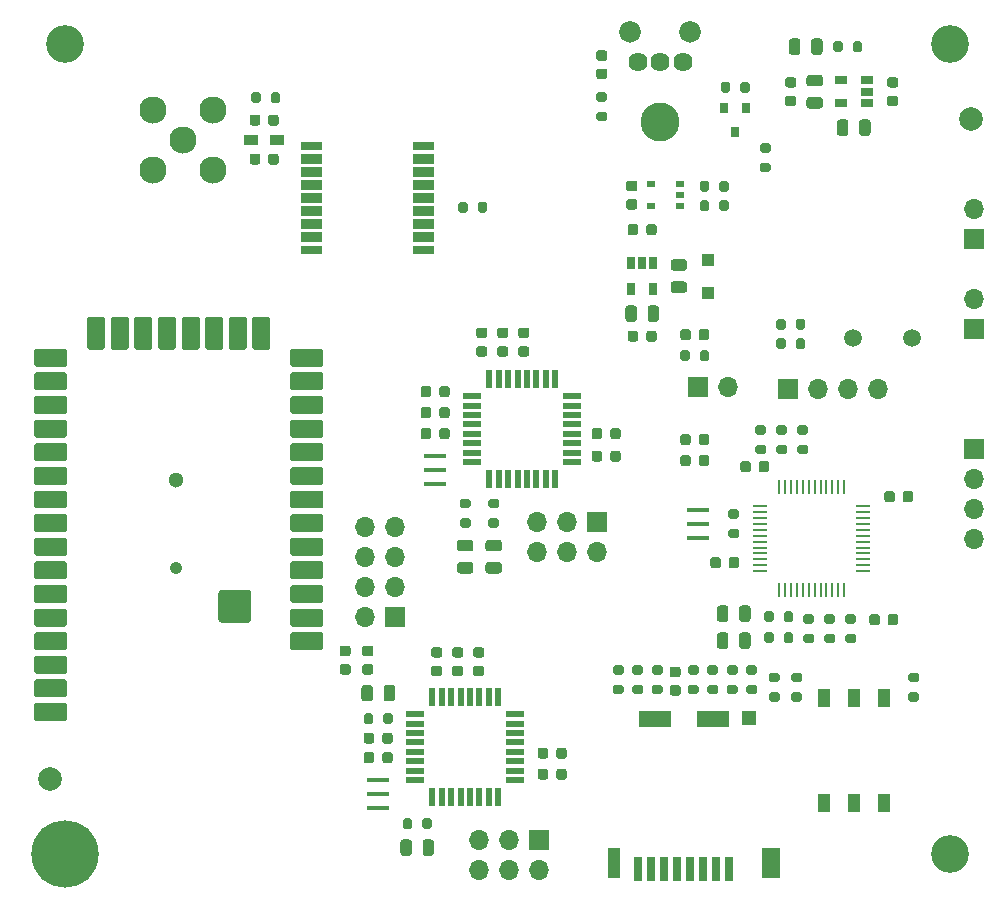
<source format=gbr>
G04 #@! TF.GenerationSoftware,KiCad,Pcbnew,(5.1.7)-1*
G04 #@! TF.CreationDate,2021-02-10T10:40:22-06:00*
G04 #@! TF.ProjectId,control_pcb,636f6e74-726f-46c5-9f70-63622e6b6963,3.0*
G04 #@! TF.SameCoordinates,Original*
G04 #@! TF.FileFunction,Soldermask,Top*
G04 #@! TF.FilePolarity,Negative*
%FSLAX46Y46*%
G04 Gerber Fmt 4.6, Leading zero omitted, Abs format (unit mm)*
G04 Created by KiCad (PCBNEW (5.1.7)-1) date 2021-02-10 10:40:22*
%MOMM*%
%LPD*%
G01*
G04 APERTURE LIST*
%ADD10C,0.100000*%
%ADD11R,0.250000X1.300000*%
%ADD12R,1.300000X0.250000*%
%ADD13R,0.700000X2.000000*%
%ADD14R,1.000000X2.600000*%
%ADD15R,1.500000X2.600000*%
%ADD16R,2.700000X1.400000*%
%ADD17R,1.200000X1.200000*%
%ADD18C,2.300000*%
%ADD19C,1.050000*%
%ADD20C,1.300000*%
%ADD21C,1.500000*%
%ADD22O,1.700000X1.700000*%
%ADD23R,1.700000X1.700000*%
%ADD24R,1.200000X0.900000*%
%ADD25C,1.620000*%
%ADD26C,1.830000*%
%ADD27C,3.300000*%
%ADD28R,0.800000X0.550000*%
%ADD29R,1.800000X0.700000*%
%ADD30R,1.800000X0.800000*%
%ADD31C,3.200000*%
%ADD32C,5.700000*%
%ADD33R,1.100000X1.500000*%
%ADD34R,0.800000X0.900000*%
%ADD35R,1.100000X1.100000*%
%ADD36R,1.600000X0.550000*%
%ADD37R,0.550000X1.600000*%
%ADD38R,0.650000X1.060000*%
%ADD39R,1.900000X0.400000*%
%ADD40C,2.000000*%
%ADD41R,1.060000X0.650000*%
G04 APERTURE END LIST*
D10*
G36*
X108774000Y-118161000D02*
G01*
X106974000Y-118161000D01*
X106974000Y-117461000D01*
X108774000Y-117461000D01*
X108774000Y-118161000D01*
G37*
G36*
X108774000Y-117111000D02*
G01*
X106974000Y-117111000D01*
X106974000Y-116311000D01*
X108774000Y-116311000D01*
X108774000Y-117111000D01*
G37*
G36*
X108774000Y-116011000D02*
G01*
X106974000Y-116011000D01*
X106974000Y-115211000D01*
X108774000Y-115211000D01*
X108774000Y-116011000D01*
G37*
G36*
X108774000Y-114911000D02*
G01*
X106974000Y-114911000D01*
X106974000Y-114111000D01*
X108774000Y-114111000D01*
X108774000Y-114911000D01*
G37*
G36*
X108774000Y-113811000D02*
G01*
X106974000Y-113811000D01*
X106974000Y-113011000D01*
X108774000Y-113011000D01*
X108774000Y-113811000D01*
G37*
G36*
X108774000Y-112711000D02*
G01*
X106974000Y-112711000D01*
X106974000Y-111911000D01*
X108774000Y-111911000D01*
X108774000Y-112711000D01*
G37*
G36*
X108774000Y-111611000D02*
G01*
X106974000Y-111611000D01*
X106974000Y-110811000D01*
X108774000Y-110811000D01*
X108774000Y-111611000D01*
G37*
G36*
X108774000Y-110511000D02*
G01*
X106974000Y-110511000D01*
X106974000Y-109711000D01*
X108774000Y-109711000D01*
X108774000Y-110511000D01*
G37*
G36*
X108774000Y-109361000D02*
G01*
X106974000Y-109361000D01*
X106974000Y-108661000D01*
X108774000Y-108661000D01*
X108774000Y-109361000D01*
G37*
G36*
X99274000Y-109361000D02*
G01*
X97474000Y-109361000D01*
X97474000Y-108661000D01*
X99274000Y-108661000D01*
X99274000Y-109361000D01*
G37*
G36*
X99274000Y-110511000D02*
G01*
X97474000Y-110511000D01*
X97474000Y-109711000D01*
X99274000Y-109711000D01*
X99274000Y-110511000D01*
G37*
G36*
X99274000Y-111611000D02*
G01*
X97474000Y-111611000D01*
X97474000Y-110811000D01*
X99274000Y-110811000D01*
X99274000Y-111611000D01*
G37*
G36*
X99274000Y-112711000D02*
G01*
X97474000Y-112711000D01*
X97474000Y-111911000D01*
X99274000Y-111911000D01*
X99274000Y-112711000D01*
G37*
G36*
X99274000Y-113811000D02*
G01*
X97474000Y-113811000D01*
X97474000Y-113011000D01*
X99274000Y-113011000D01*
X99274000Y-113811000D01*
G37*
G36*
X99274000Y-114911000D02*
G01*
X97474000Y-114911000D01*
X97474000Y-114111000D01*
X99274000Y-114111000D01*
X99274000Y-114911000D01*
G37*
G36*
X99274000Y-116011000D02*
G01*
X97474000Y-116011000D01*
X97474000Y-115211000D01*
X99274000Y-115211000D01*
X99274000Y-116011000D01*
G37*
G36*
X99274000Y-117111000D02*
G01*
X97474000Y-117111000D01*
X97474000Y-116311000D01*
X99274000Y-116311000D01*
X99274000Y-117111000D01*
G37*
G36*
X99274000Y-118161000D02*
G01*
X97474000Y-118161000D01*
X97474000Y-117461000D01*
X99274000Y-117461000D01*
X99274000Y-118161000D01*
G37*
D11*
X137966000Y-137890000D03*
X138466000Y-137890000D03*
X138966000Y-137890000D03*
X139466000Y-137890000D03*
X139966000Y-137890000D03*
X140466000Y-137890000D03*
X140966000Y-137890000D03*
X141466000Y-137890000D03*
X141966000Y-137890000D03*
X142466000Y-137890000D03*
X142966000Y-137890000D03*
X143466000Y-137890000D03*
D12*
X145066000Y-139490000D03*
X145066000Y-139990000D03*
X145066000Y-140490000D03*
X145066000Y-140990000D03*
X145066000Y-141490000D03*
X145066000Y-141990000D03*
X145066000Y-142490000D03*
X145066000Y-142990000D03*
X145066000Y-143490000D03*
X145066000Y-143990000D03*
X145066000Y-144490000D03*
X145066000Y-144990000D03*
D11*
X143466000Y-146590000D03*
X142966000Y-146590000D03*
X142466000Y-146590000D03*
X141966000Y-146590000D03*
X141466000Y-146590000D03*
X140966000Y-146590000D03*
X140466000Y-146590000D03*
X139966000Y-146590000D03*
X139466000Y-146590000D03*
X138966000Y-146590000D03*
X138466000Y-146590000D03*
X137966000Y-146590000D03*
D12*
X136366000Y-144990000D03*
X136366000Y-144490000D03*
X136366000Y-143990000D03*
X136366000Y-143490000D03*
X136366000Y-142990000D03*
X136366000Y-142490000D03*
X136366000Y-141990000D03*
X136366000Y-141490000D03*
X136366000Y-140990000D03*
X136366000Y-140490000D03*
X136366000Y-139990000D03*
X136366000Y-139490000D03*
D13*
X126042001Y-170195001D03*
X127142001Y-170195001D03*
X128242001Y-170195001D03*
X129342001Y-170195001D03*
X130442001Y-170195001D03*
X131542001Y-170195001D03*
X132642001Y-170195001D03*
X133742001Y-170195001D03*
D14*
X123942001Y-169695001D03*
D15*
X137292001Y-169695001D03*
D16*
X132342001Y-157495001D03*
X127442001Y-157495001D03*
D17*
X135392001Y-157395001D03*
G36*
G01*
X129409000Y-155530000D02*
X128909000Y-155530000D01*
G75*
G02*
X128684000Y-155305000I0J225000D01*
G01*
X128684000Y-154855000D01*
G75*
G02*
X128909000Y-154630000I225000J0D01*
G01*
X129409000Y-154630000D01*
G75*
G02*
X129634000Y-154855000I0J-225000D01*
G01*
X129634000Y-155305000D01*
G75*
G02*
X129409000Y-155530000I-225000J0D01*
G01*
G37*
G36*
G01*
X129409000Y-153980000D02*
X128909000Y-153980000D01*
G75*
G02*
X128684000Y-153755000I0J225000D01*
G01*
X128684000Y-153305000D01*
G75*
G02*
X128909000Y-153080000I225000J0D01*
G01*
X129409000Y-153080000D01*
G75*
G02*
X129634000Y-153305000I0J-225000D01*
G01*
X129634000Y-153755000D01*
G75*
G02*
X129409000Y-153980000I-225000J0D01*
G01*
G37*
G36*
G01*
X124608000Y-153753000D02*
X124058000Y-153753000D01*
G75*
G02*
X123858000Y-153553000I0J200000D01*
G01*
X123858000Y-153153000D01*
G75*
G02*
X124058000Y-152953000I200000J0D01*
G01*
X124608000Y-152953000D01*
G75*
G02*
X124808000Y-153153000I0J-200000D01*
G01*
X124808000Y-153553000D01*
G75*
G02*
X124608000Y-153753000I-200000J0D01*
G01*
G37*
G36*
G01*
X124608000Y-155403000D02*
X124058000Y-155403000D01*
G75*
G02*
X123858000Y-155203000I0J200000D01*
G01*
X123858000Y-154803000D01*
G75*
G02*
X124058000Y-154603000I200000J0D01*
G01*
X124608000Y-154603000D01*
G75*
G02*
X124808000Y-154803000I0J-200000D01*
G01*
X124808000Y-155203000D01*
G75*
G02*
X124608000Y-155403000I-200000J0D01*
G01*
G37*
G36*
G01*
X127910000Y-153753000D02*
X127360000Y-153753000D01*
G75*
G02*
X127160000Y-153553000I0J200000D01*
G01*
X127160000Y-153153000D01*
G75*
G02*
X127360000Y-152953000I200000J0D01*
G01*
X127910000Y-152953000D01*
G75*
G02*
X128110000Y-153153000I0J-200000D01*
G01*
X128110000Y-153553000D01*
G75*
G02*
X127910000Y-153753000I-200000J0D01*
G01*
G37*
G36*
G01*
X127910000Y-155403000D02*
X127360000Y-155403000D01*
G75*
G02*
X127160000Y-155203000I0J200000D01*
G01*
X127160000Y-154803000D01*
G75*
G02*
X127360000Y-154603000I200000J0D01*
G01*
X127910000Y-154603000D01*
G75*
G02*
X128110000Y-154803000I0J-200000D01*
G01*
X128110000Y-155203000D01*
G75*
G02*
X127910000Y-155403000I-200000J0D01*
G01*
G37*
G36*
G01*
X130958000Y-153753000D02*
X130408000Y-153753000D01*
G75*
G02*
X130208000Y-153553000I0J200000D01*
G01*
X130208000Y-153153000D01*
G75*
G02*
X130408000Y-152953000I200000J0D01*
G01*
X130958000Y-152953000D01*
G75*
G02*
X131158000Y-153153000I0J-200000D01*
G01*
X131158000Y-153553000D01*
G75*
G02*
X130958000Y-153753000I-200000J0D01*
G01*
G37*
G36*
G01*
X130958000Y-155403000D02*
X130408000Y-155403000D01*
G75*
G02*
X130208000Y-155203000I0J200000D01*
G01*
X130208000Y-154803000D01*
G75*
G02*
X130408000Y-154603000I200000J0D01*
G01*
X130958000Y-154603000D01*
G75*
G02*
X131158000Y-154803000I0J-200000D01*
G01*
X131158000Y-155203000D01*
G75*
G02*
X130958000Y-155403000I-200000J0D01*
G01*
G37*
G36*
G01*
X132609000Y-155403000D02*
X132059000Y-155403000D01*
G75*
G02*
X131859000Y-155203000I0J200000D01*
G01*
X131859000Y-154803000D01*
G75*
G02*
X132059000Y-154603000I200000J0D01*
G01*
X132609000Y-154603000D01*
G75*
G02*
X132809000Y-154803000I0J-200000D01*
G01*
X132809000Y-155203000D01*
G75*
G02*
X132609000Y-155403000I-200000J0D01*
G01*
G37*
G36*
G01*
X132609000Y-153753000D02*
X132059000Y-153753000D01*
G75*
G02*
X131859000Y-153553000I0J200000D01*
G01*
X131859000Y-153153000D01*
G75*
G02*
X132059000Y-152953000I200000J0D01*
G01*
X132609000Y-152953000D01*
G75*
G02*
X132809000Y-153153000I0J-200000D01*
G01*
X132809000Y-153553000D01*
G75*
G02*
X132609000Y-153753000I-200000J0D01*
G01*
G37*
G36*
G01*
X126259000Y-155403000D02*
X125709000Y-155403000D01*
G75*
G02*
X125509000Y-155203000I0J200000D01*
G01*
X125509000Y-154803000D01*
G75*
G02*
X125709000Y-154603000I200000J0D01*
G01*
X126259000Y-154603000D01*
G75*
G02*
X126459000Y-154803000I0J-200000D01*
G01*
X126459000Y-155203000D01*
G75*
G02*
X126259000Y-155403000I-200000J0D01*
G01*
G37*
G36*
G01*
X126259000Y-153753000D02*
X125709000Y-153753000D01*
G75*
G02*
X125509000Y-153553000I0J200000D01*
G01*
X125509000Y-153153000D01*
G75*
G02*
X125709000Y-152953000I200000J0D01*
G01*
X126259000Y-152953000D01*
G75*
G02*
X126459000Y-153153000I0J-200000D01*
G01*
X126459000Y-153553000D01*
G75*
G02*
X126259000Y-153753000I-200000J0D01*
G01*
G37*
G36*
G01*
X134260000Y-155403000D02*
X133710000Y-155403000D01*
G75*
G02*
X133510000Y-155203000I0J200000D01*
G01*
X133510000Y-154803000D01*
G75*
G02*
X133710000Y-154603000I200000J0D01*
G01*
X134260000Y-154603000D01*
G75*
G02*
X134460000Y-154803000I0J-200000D01*
G01*
X134460000Y-155203000D01*
G75*
G02*
X134260000Y-155403000I-200000J0D01*
G01*
G37*
G36*
G01*
X134260000Y-153753000D02*
X133710000Y-153753000D01*
G75*
G02*
X133510000Y-153553000I0J200000D01*
G01*
X133510000Y-153153000D01*
G75*
G02*
X133710000Y-152953000I200000J0D01*
G01*
X134260000Y-152953000D01*
G75*
G02*
X134460000Y-153153000I0J-200000D01*
G01*
X134460000Y-153553000D01*
G75*
G02*
X134260000Y-153753000I-200000J0D01*
G01*
G37*
G36*
G01*
X133837000Y-139745000D02*
X134387000Y-139745000D01*
G75*
G02*
X134587000Y-139945000I0J-200000D01*
G01*
X134587000Y-140345000D01*
G75*
G02*
X134387000Y-140545000I-200000J0D01*
G01*
X133837000Y-140545000D01*
G75*
G02*
X133637000Y-140345000I0J200000D01*
G01*
X133637000Y-139945000D01*
G75*
G02*
X133837000Y-139745000I200000J0D01*
G01*
G37*
G36*
G01*
X133837000Y-141395000D02*
X134387000Y-141395000D01*
G75*
G02*
X134587000Y-141595000I0J-200000D01*
G01*
X134587000Y-141995000D01*
G75*
G02*
X134387000Y-142195000I-200000J0D01*
G01*
X133837000Y-142195000D01*
G75*
G02*
X133637000Y-141995000I0J200000D01*
G01*
X133637000Y-141595000D01*
G75*
G02*
X133837000Y-141395000I200000J0D01*
G01*
G37*
G36*
G01*
X130485000Y-124718000D02*
X130485000Y-125218000D01*
G75*
G02*
X130260000Y-125443000I-225000J0D01*
G01*
X129810000Y-125443000D01*
G75*
G02*
X129585000Y-125218000I0J225000D01*
G01*
X129585000Y-124718000D01*
G75*
G02*
X129810000Y-124493000I225000J0D01*
G01*
X130260000Y-124493000D01*
G75*
G02*
X130485000Y-124718000I0J-225000D01*
G01*
G37*
G36*
G01*
X132035000Y-124718000D02*
X132035000Y-125218000D01*
G75*
G02*
X131810000Y-125443000I-225000J0D01*
G01*
X131360000Y-125443000D01*
G75*
G02*
X131135000Y-125218000I0J225000D01*
G01*
X131135000Y-124718000D01*
G75*
G02*
X131360000Y-124493000I225000J0D01*
G01*
X131810000Y-124493000D01*
G75*
G02*
X132035000Y-124718000I0J-225000D01*
G01*
G37*
G36*
G01*
X149307000Y-138434000D02*
X149307000Y-138934000D01*
G75*
G02*
X149082000Y-139159000I-225000J0D01*
G01*
X148632000Y-139159000D01*
G75*
G02*
X148407000Y-138934000I0J225000D01*
G01*
X148407000Y-138434000D01*
G75*
G02*
X148632000Y-138209000I225000J0D01*
G01*
X149082000Y-138209000D01*
G75*
G02*
X149307000Y-138434000I0J-225000D01*
G01*
G37*
G36*
G01*
X147757000Y-138434000D02*
X147757000Y-138934000D01*
G75*
G02*
X147532000Y-139159000I-225000J0D01*
G01*
X147082000Y-139159000D01*
G75*
G02*
X146857000Y-138934000I0J225000D01*
G01*
X146857000Y-138434000D01*
G75*
G02*
X147082000Y-138209000I225000J0D01*
G01*
X147532000Y-138209000D01*
G75*
G02*
X147757000Y-138434000I0J-225000D01*
G01*
G37*
G36*
G01*
X137266000Y-153588000D02*
X137816000Y-153588000D01*
G75*
G02*
X138016000Y-153788000I0J-200000D01*
G01*
X138016000Y-154188000D01*
G75*
G02*
X137816000Y-154388000I-200000J0D01*
G01*
X137266000Y-154388000D01*
G75*
G02*
X137066000Y-154188000I0J200000D01*
G01*
X137066000Y-153788000D01*
G75*
G02*
X137266000Y-153588000I200000J0D01*
G01*
G37*
G36*
G01*
X137266000Y-155238000D02*
X137816000Y-155238000D01*
G75*
G02*
X138016000Y-155438000I0J-200000D01*
G01*
X138016000Y-155838000D01*
G75*
G02*
X137816000Y-156038000I-200000J0D01*
G01*
X137266000Y-156038000D01*
G75*
G02*
X137066000Y-155838000I0J200000D01*
G01*
X137066000Y-155438000D01*
G75*
G02*
X137266000Y-155238000I200000J0D01*
G01*
G37*
D18*
X84963000Y-105918000D03*
X90043000Y-105918000D03*
X84963000Y-110998000D03*
X90043000Y-110998000D03*
X87503000Y-108458000D03*
D19*
X86868000Y-144695000D03*
D20*
X86868000Y-137245000D03*
D21*
X144185000Y-125222000D03*
X149185000Y-125222000D03*
D22*
X133604000Y-129413000D03*
D23*
X131064000Y-129413000D03*
X138684000Y-129540000D03*
D22*
X141224000Y-129540000D03*
X143764000Y-129540000D03*
X146304000Y-129540000D03*
X154432000Y-142240000D03*
X154432000Y-139700000D03*
X154432000Y-137160000D03*
D23*
X154432000Y-134620000D03*
D24*
X95461000Y-108458000D03*
X93261000Y-108458000D03*
D25*
X129797001Y-101887001D03*
X127892001Y-101887001D03*
X125987001Y-101887001D03*
D26*
X125352001Y-99347001D03*
X130432001Y-99347001D03*
D27*
X127892001Y-106967001D03*
D28*
X129550000Y-114114001D03*
X129550000Y-113164001D03*
X129550000Y-112214001D03*
X127150000Y-112214001D03*
X127150000Y-114114001D03*
D29*
X107874000Y-117811000D03*
D30*
X107874000Y-116711000D03*
X107874000Y-115611000D03*
X107874000Y-114511000D03*
X107874000Y-113411000D03*
X107874000Y-112311000D03*
X107874000Y-111211000D03*
X107874000Y-110111000D03*
D29*
X107874000Y-109011000D03*
X98374000Y-109011000D03*
D30*
X98374000Y-110111000D03*
X98374000Y-111211000D03*
X98374000Y-112311000D03*
X98374000Y-113411000D03*
X98374000Y-114511000D03*
X98374000Y-115611000D03*
X98374000Y-116711000D03*
D29*
X98374000Y-117811000D03*
D31*
X77470000Y-100330000D03*
X152400000Y-100330000D03*
X152400000Y-168910000D03*
D32*
X77470000Y-168910000D03*
D33*
X141732000Y-164597000D03*
X144272000Y-164597000D03*
X146812000Y-164597000D03*
X146812000Y-155697000D03*
X144272000Y-155697000D03*
X141732000Y-155697000D03*
D34*
X134239000Y-107807000D03*
X133289000Y-105807000D03*
X135189000Y-105807000D03*
G36*
G01*
X108489000Y-133093750D02*
X108489000Y-133606250D01*
G75*
G02*
X108270250Y-133825000I-218750J0D01*
G01*
X107832750Y-133825000D01*
G75*
G02*
X107614000Y-133606250I0J218750D01*
G01*
X107614000Y-133093750D01*
G75*
G02*
X107832750Y-132875000I218750J0D01*
G01*
X108270250Y-132875000D01*
G75*
G02*
X108489000Y-133093750I0J-218750D01*
G01*
G37*
G36*
G01*
X110064000Y-133093750D02*
X110064000Y-133606250D01*
G75*
G02*
X109845250Y-133825000I-218750J0D01*
G01*
X109407750Y-133825000D01*
G75*
G02*
X109189000Y-133606250I0J218750D01*
G01*
X109189000Y-133093750D01*
G75*
G02*
X109407750Y-132875000I218750J0D01*
G01*
X109845250Y-132875000D01*
G75*
G02*
X110064000Y-133093750I0J-218750D01*
G01*
G37*
G36*
G01*
X122092000Y-135511250D02*
X122092000Y-134998750D01*
G75*
G02*
X122310750Y-134780000I218750J0D01*
G01*
X122748250Y-134780000D01*
G75*
G02*
X122967000Y-134998750I0J-218750D01*
G01*
X122967000Y-135511250D01*
G75*
G02*
X122748250Y-135730000I-218750J0D01*
G01*
X122310750Y-135730000D01*
G75*
G02*
X122092000Y-135511250I0J218750D01*
G01*
G37*
G36*
G01*
X123667000Y-135511250D02*
X123667000Y-134998750D01*
G75*
G02*
X123885750Y-134780000I218750J0D01*
G01*
X124323250Y-134780000D01*
G75*
G02*
X124542000Y-134998750I0J-218750D01*
G01*
X124542000Y-135511250D01*
G75*
G02*
X124323250Y-135730000I-218750J0D01*
G01*
X123885750Y-135730000D01*
G75*
G02*
X123667000Y-135511250I0J218750D01*
G01*
G37*
G36*
G01*
X108489000Y-131315750D02*
X108489000Y-131828250D01*
G75*
G02*
X108270250Y-132047000I-218750J0D01*
G01*
X107832750Y-132047000D01*
G75*
G02*
X107614000Y-131828250I0J218750D01*
G01*
X107614000Y-131315750D01*
G75*
G02*
X107832750Y-131097000I218750J0D01*
G01*
X108270250Y-131097000D01*
G75*
G02*
X108489000Y-131315750I0J-218750D01*
G01*
G37*
G36*
G01*
X110064000Y-131315750D02*
X110064000Y-131828250D01*
G75*
G02*
X109845250Y-132047000I-218750J0D01*
G01*
X109407750Y-132047000D01*
G75*
G02*
X109189000Y-131828250I0J218750D01*
G01*
X109189000Y-131315750D01*
G75*
G02*
X109407750Y-131097000I218750J0D01*
G01*
X109845250Y-131097000D01*
G75*
G02*
X110064000Y-131315750I0J-218750D01*
G01*
G37*
G36*
G01*
X123667000Y-133606250D02*
X123667000Y-133093750D01*
G75*
G02*
X123885750Y-132875000I218750J0D01*
G01*
X124323250Y-132875000D01*
G75*
G02*
X124542000Y-133093750I0J-218750D01*
G01*
X124542000Y-133606250D01*
G75*
G02*
X124323250Y-133825000I-218750J0D01*
G01*
X123885750Y-133825000D01*
G75*
G02*
X123667000Y-133606250I0J218750D01*
G01*
G37*
G36*
G01*
X122092000Y-133606250D02*
X122092000Y-133093750D01*
G75*
G02*
X122310750Y-132875000I218750J0D01*
G01*
X122748250Y-132875000D01*
G75*
G02*
X122967000Y-133093750I0J-218750D01*
G01*
X122967000Y-133606250D01*
G75*
G02*
X122748250Y-133825000I-218750J0D01*
G01*
X122310750Y-133825000D01*
G75*
G02*
X122092000Y-133606250I0J218750D01*
G01*
G37*
G36*
G01*
X105238000Y-158874750D02*
X105238000Y-159387250D01*
G75*
G02*
X105019250Y-159606000I-218750J0D01*
G01*
X104581750Y-159606000D01*
G75*
G02*
X104363000Y-159387250I0J218750D01*
G01*
X104363000Y-158874750D01*
G75*
G02*
X104581750Y-158656000I218750J0D01*
G01*
X105019250Y-158656000D01*
G75*
G02*
X105238000Y-158874750I0J-218750D01*
G01*
G37*
G36*
G01*
X103663000Y-158874750D02*
X103663000Y-159387250D01*
G75*
G02*
X103444250Y-159606000I-218750J0D01*
G01*
X103006750Y-159606000D01*
G75*
G02*
X102788000Y-159387250I0J218750D01*
G01*
X102788000Y-158874750D01*
G75*
G02*
X103006750Y-158656000I218750J0D01*
G01*
X103444250Y-158656000D01*
G75*
G02*
X103663000Y-158874750I0J-218750D01*
G01*
G37*
G36*
G01*
X119095000Y-162435250D02*
X119095000Y-161922750D01*
G75*
G02*
X119313750Y-161704000I218750J0D01*
G01*
X119751250Y-161704000D01*
G75*
G02*
X119970000Y-161922750I0J-218750D01*
G01*
X119970000Y-162435250D01*
G75*
G02*
X119751250Y-162654000I-218750J0D01*
G01*
X119313750Y-162654000D01*
G75*
G02*
X119095000Y-162435250I0J218750D01*
G01*
G37*
G36*
G01*
X117520000Y-162435250D02*
X117520000Y-161922750D01*
G75*
G02*
X117738750Y-161704000I218750J0D01*
G01*
X118176250Y-161704000D01*
G75*
G02*
X118395000Y-161922750I0J-218750D01*
G01*
X118395000Y-162435250D01*
G75*
G02*
X118176250Y-162654000I-218750J0D01*
G01*
X117738750Y-162654000D01*
G75*
G02*
X117520000Y-162435250I0J218750D01*
G01*
G37*
G36*
G01*
X105238000Y-160525750D02*
X105238000Y-161038250D01*
G75*
G02*
X105019250Y-161257000I-218750J0D01*
G01*
X104581750Y-161257000D01*
G75*
G02*
X104363000Y-161038250I0J218750D01*
G01*
X104363000Y-160525750D01*
G75*
G02*
X104581750Y-160307000I218750J0D01*
G01*
X105019250Y-160307000D01*
G75*
G02*
X105238000Y-160525750I0J-218750D01*
G01*
G37*
G36*
G01*
X103663000Y-160525750D02*
X103663000Y-161038250D01*
G75*
G02*
X103444250Y-161257000I-218750J0D01*
G01*
X103006750Y-161257000D01*
G75*
G02*
X102788000Y-161038250I0J218750D01*
G01*
X102788000Y-160525750D01*
G75*
G02*
X103006750Y-160307000I218750J0D01*
G01*
X103444250Y-160307000D01*
G75*
G02*
X103663000Y-160525750I0J-218750D01*
G01*
G37*
G36*
G01*
X117520000Y-160657250D02*
X117520000Y-160144750D01*
G75*
G02*
X117738750Y-159926000I218750J0D01*
G01*
X118176250Y-159926000D01*
G75*
G02*
X118395000Y-160144750I0J-218750D01*
G01*
X118395000Y-160657250D01*
G75*
G02*
X118176250Y-160876000I-218750J0D01*
G01*
X117738750Y-160876000D01*
G75*
G02*
X117520000Y-160657250I0J218750D01*
G01*
G37*
G36*
G01*
X119095000Y-160657250D02*
X119095000Y-160144750D01*
G75*
G02*
X119313750Y-159926000I218750J0D01*
G01*
X119751250Y-159926000D01*
G75*
G02*
X119970000Y-160144750I0J-218750D01*
G01*
X119970000Y-160657250D01*
G75*
G02*
X119751250Y-160876000I-218750J0D01*
G01*
X119313750Y-160876000D01*
G75*
G02*
X119095000Y-160657250I0J218750D01*
G01*
G37*
G36*
G01*
X129007550Y-118590000D02*
X129920050Y-118590000D01*
G75*
G02*
X130163800Y-118833750I0J-243750D01*
G01*
X130163800Y-119321250D01*
G75*
G02*
X129920050Y-119565000I-243750J0D01*
G01*
X129007550Y-119565000D01*
G75*
G02*
X128763800Y-119321250I0J243750D01*
G01*
X128763800Y-118833750D01*
G75*
G02*
X129007550Y-118590000I243750J0D01*
G01*
G37*
G36*
G01*
X129007550Y-120465000D02*
X129920050Y-120465000D01*
G75*
G02*
X130163800Y-120708750I0J-243750D01*
G01*
X130163800Y-121196250D01*
G75*
G02*
X129920050Y-121440000I-243750J0D01*
G01*
X129007550Y-121440000D01*
G75*
G02*
X128763800Y-121196250I0J243750D01*
G01*
X128763800Y-120708750D01*
G75*
G02*
X129007550Y-120465000I243750J0D01*
G01*
G37*
G36*
G01*
X125915000Y-122733750D02*
X125915000Y-123646250D01*
G75*
G02*
X125671250Y-123890000I-243750J0D01*
G01*
X125183750Y-123890000D01*
G75*
G02*
X124940000Y-123646250I0J243750D01*
G01*
X124940000Y-122733750D01*
G75*
G02*
X125183750Y-122490000I243750J0D01*
G01*
X125671250Y-122490000D01*
G75*
G02*
X125915000Y-122733750I0J-243750D01*
G01*
G37*
G36*
G01*
X127790000Y-122733750D02*
X127790000Y-123646250D01*
G75*
G02*
X127546250Y-123890000I-243750J0D01*
G01*
X127058750Y-123890000D01*
G75*
G02*
X126815000Y-123646250I0J243750D01*
G01*
X126815000Y-122733750D01*
G75*
G02*
X127058750Y-122490000I243750J0D01*
G01*
X127546250Y-122490000D01*
G75*
G02*
X127790000Y-122733750I0J-243750D01*
G01*
G37*
G36*
G01*
X127590000Y-124838750D02*
X127590000Y-125351250D01*
G75*
G02*
X127371250Y-125570000I-218750J0D01*
G01*
X126933750Y-125570000D01*
G75*
G02*
X126715000Y-125351250I0J218750D01*
G01*
X126715000Y-124838750D01*
G75*
G02*
X126933750Y-124620000I218750J0D01*
G01*
X127371250Y-124620000D01*
G75*
G02*
X127590000Y-124838750I0J-218750D01*
G01*
G37*
G36*
G01*
X126015000Y-124838750D02*
X126015000Y-125351250D01*
G75*
G02*
X125796250Y-125570000I-218750J0D01*
G01*
X125358750Y-125570000D01*
G75*
G02*
X125140000Y-125351250I0J218750D01*
G01*
X125140000Y-124838750D01*
G75*
G02*
X125358750Y-124620000I218750J0D01*
G01*
X125796250Y-124620000D01*
G75*
G02*
X126015000Y-124838750I0J-218750D01*
G01*
G37*
G36*
G01*
X134562000Y-149046250D02*
X134562000Y-148133750D01*
G75*
G02*
X134805750Y-147890000I243750J0D01*
G01*
X135293250Y-147890000D01*
G75*
G02*
X135537000Y-148133750I0J-243750D01*
G01*
X135537000Y-149046250D01*
G75*
G02*
X135293250Y-149290000I-243750J0D01*
G01*
X134805750Y-149290000D01*
G75*
G02*
X134562000Y-149046250I0J243750D01*
G01*
G37*
G36*
G01*
X132687000Y-149046250D02*
X132687000Y-148133750D01*
G75*
G02*
X132930750Y-147890000I243750J0D01*
G01*
X133418250Y-147890000D01*
G75*
G02*
X133662000Y-148133750I0J-243750D01*
G01*
X133662000Y-149046250D01*
G75*
G02*
X133418250Y-149290000I-243750J0D01*
G01*
X132930750Y-149290000D01*
G75*
G02*
X132687000Y-149046250I0J243750D01*
G01*
G37*
G36*
G01*
X134562000Y-151332250D02*
X134562000Y-150419750D01*
G75*
G02*
X134805750Y-150176000I243750J0D01*
G01*
X135293250Y-150176000D01*
G75*
G02*
X135537000Y-150419750I0J-243750D01*
G01*
X135537000Y-151332250D01*
G75*
G02*
X135293250Y-151576000I-243750J0D01*
G01*
X134805750Y-151576000D01*
G75*
G02*
X134562000Y-151332250I0J243750D01*
G01*
G37*
G36*
G01*
X132687000Y-151332250D02*
X132687000Y-150419750D01*
G75*
G02*
X132930750Y-150176000I243750J0D01*
G01*
X133418250Y-150176000D01*
G75*
G02*
X133662000Y-150419750I0J-243750D01*
G01*
X133662000Y-151332250D01*
G75*
G02*
X133418250Y-151576000I-243750J0D01*
G01*
X132930750Y-151576000D01*
G75*
G02*
X132687000Y-151332250I0J243750D01*
G01*
G37*
G36*
G01*
X138783000Y-101040250D02*
X138783000Y-100127750D01*
G75*
G02*
X139026750Y-99884000I243750J0D01*
G01*
X139514250Y-99884000D01*
G75*
G02*
X139758000Y-100127750I0J-243750D01*
G01*
X139758000Y-101040250D01*
G75*
G02*
X139514250Y-101284000I-243750J0D01*
G01*
X139026750Y-101284000D01*
G75*
G02*
X138783000Y-101040250I0J243750D01*
G01*
G37*
G36*
G01*
X140658000Y-101040250D02*
X140658000Y-100127750D01*
G75*
G02*
X140901750Y-99884000I243750J0D01*
G01*
X141389250Y-99884000D01*
G75*
G02*
X141633000Y-100127750I0J-243750D01*
G01*
X141633000Y-101040250D01*
G75*
G02*
X141389250Y-101284000I-243750J0D01*
G01*
X140901750Y-101284000D01*
G75*
G02*
X140658000Y-101040250I0J243750D01*
G01*
G37*
G36*
G01*
X111835250Y-143314000D02*
X110922750Y-143314000D01*
G75*
G02*
X110679000Y-143070250I0J243750D01*
G01*
X110679000Y-142582750D01*
G75*
G02*
X110922750Y-142339000I243750J0D01*
G01*
X111835250Y-142339000D01*
G75*
G02*
X112079000Y-142582750I0J-243750D01*
G01*
X112079000Y-143070250D01*
G75*
G02*
X111835250Y-143314000I-243750J0D01*
G01*
G37*
G36*
G01*
X111835250Y-145189000D02*
X110922750Y-145189000D01*
G75*
G02*
X110679000Y-144945250I0J243750D01*
G01*
X110679000Y-144457750D01*
G75*
G02*
X110922750Y-144214000I243750J0D01*
G01*
X111835250Y-144214000D01*
G75*
G02*
X112079000Y-144457750I0J-243750D01*
G01*
X112079000Y-144945250D01*
G75*
G02*
X111835250Y-145189000I-243750J0D01*
G01*
G37*
G36*
G01*
X114248250Y-145189000D02*
X113335750Y-145189000D01*
G75*
G02*
X113092000Y-144945250I0J243750D01*
G01*
X113092000Y-144457750D01*
G75*
G02*
X113335750Y-144214000I243750J0D01*
G01*
X114248250Y-144214000D01*
G75*
G02*
X114492000Y-144457750I0J-243750D01*
G01*
X114492000Y-144945250D01*
G75*
G02*
X114248250Y-145189000I-243750J0D01*
G01*
G37*
G36*
G01*
X114248250Y-143314000D02*
X113335750Y-143314000D01*
G75*
G02*
X113092000Y-143070250I0J243750D01*
G01*
X113092000Y-142582750D01*
G75*
G02*
X113335750Y-142339000I243750J0D01*
G01*
X114248250Y-142339000D01*
G75*
G02*
X114492000Y-142582750I0J-243750D01*
G01*
X114492000Y-143070250D01*
G75*
G02*
X114248250Y-143314000I-243750J0D01*
G01*
G37*
G36*
G01*
X105438000Y-154864750D02*
X105438000Y-155777250D01*
G75*
G02*
X105194250Y-156021000I-243750J0D01*
G01*
X104706750Y-156021000D01*
G75*
G02*
X104463000Y-155777250I0J243750D01*
G01*
X104463000Y-154864750D01*
G75*
G02*
X104706750Y-154621000I243750J0D01*
G01*
X105194250Y-154621000D01*
G75*
G02*
X105438000Y-154864750I0J-243750D01*
G01*
G37*
G36*
G01*
X103563000Y-154864750D02*
X103563000Y-155777250D01*
G75*
G02*
X103319250Y-156021000I-243750J0D01*
G01*
X102831750Y-156021000D01*
G75*
G02*
X102588000Y-155777250I0J243750D01*
G01*
X102588000Y-154864750D01*
G75*
G02*
X102831750Y-154621000I243750J0D01*
G01*
X103319250Y-154621000D01*
G75*
G02*
X103563000Y-154864750I0J-243750D01*
G01*
G37*
G36*
G01*
X108740000Y-167945750D02*
X108740000Y-168858250D01*
G75*
G02*
X108496250Y-169102000I-243750J0D01*
G01*
X108008750Y-169102000D01*
G75*
G02*
X107765000Y-168858250I0J243750D01*
G01*
X107765000Y-167945750D01*
G75*
G02*
X108008750Y-167702000I243750J0D01*
G01*
X108496250Y-167702000D01*
G75*
G02*
X108740000Y-167945750I0J-243750D01*
G01*
G37*
G36*
G01*
X106865000Y-167945750D02*
X106865000Y-168858250D01*
G75*
G02*
X106621250Y-169102000I-243750J0D01*
G01*
X106133750Y-169102000D01*
G75*
G02*
X105890000Y-168858250I0J243750D01*
G01*
X105890000Y-167945750D01*
G75*
G02*
X106133750Y-167702000I243750J0D01*
G01*
X106621250Y-167702000D01*
G75*
G02*
X106865000Y-167945750I0J-243750D01*
G01*
G37*
D35*
X131927600Y-118615000D03*
X131927600Y-121415000D03*
D23*
X122555000Y-140843000D03*
D22*
X122555000Y-143383000D03*
X120015000Y-140843000D03*
X120015000Y-143383000D03*
X117475000Y-140843000D03*
X117475000Y-143383000D03*
X112522000Y-170307000D03*
X112522000Y-167767000D03*
X115062000Y-170307000D03*
X115062000Y-167767000D03*
X117602000Y-170307000D03*
D23*
X117602000Y-167767000D03*
G36*
G01*
X138347000Y-149119000D02*
X138347000Y-148569000D01*
G75*
G02*
X138547000Y-148369000I200000J0D01*
G01*
X138947000Y-148369000D01*
G75*
G02*
X139147000Y-148569000I0J-200000D01*
G01*
X139147000Y-149119000D01*
G75*
G02*
X138947000Y-149319000I-200000J0D01*
G01*
X138547000Y-149319000D01*
G75*
G02*
X138347000Y-149119000I0J200000D01*
G01*
G37*
G36*
G01*
X136697000Y-149119000D02*
X136697000Y-148569000D01*
G75*
G02*
X136897000Y-148369000I200000J0D01*
G01*
X137297000Y-148369000D01*
G75*
G02*
X137497000Y-148569000I0J-200000D01*
G01*
X137497000Y-149119000D01*
G75*
G02*
X137297000Y-149319000I-200000J0D01*
G01*
X136897000Y-149319000D01*
G75*
G02*
X136697000Y-149119000I0J200000D01*
G01*
G37*
G36*
G01*
X136697000Y-150897000D02*
X136697000Y-150347000D01*
G75*
G02*
X136897000Y-150147000I200000J0D01*
G01*
X137297000Y-150147000D01*
G75*
G02*
X137497000Y-150347000I0J-200000D01*
G01*
X137497000Y-150897000D01*
G75*
G02*
X137297000Y-151097000I-200000J0D01*
G01*
X136897000Y-151097000D01*
G75*
G02*
X136697000Y-150897000I0J200000D01*
G01*
G37*
G36*
G01*
X138347000Y-150897000D02*
X138347000Y-150347000D01*
G75*
G02*
X138547000Y-150147000I200000J0D01*
G01*
X138947000Y-150147000D01*
G75*
G02*
X139147000Y-150347000I0J-200000D01*
G01*
X139147000Y-150897000D01*
G75*
G02*
X138947000Y-151097000I-200000J0D01*
G01*
X138547000Y-151097000D01*
G75*
G02*
X138347000Y-150897000I0J200000D01*
G01*
G37*
G36*
G01*
X132035000Y-133601750D02*
X132035000Y-134114250D01*
G75*
G02*
X131816250Y-134333000I-218750J0D01*
G01*
X131378750Y-134333000D01*
G75*
G02*
X131160000Y-134114250I0J218750D01*
G01*
X131160000Y-133601750D01*
G75*
G02*
X131378750Y-133383000I218750J0D01*
G01*
X131816250Y-133383000D01*
G75*
G02*
X132035000Y-133601750I0J-218750D01*
G01*
G37*
G36*
G01*
X130460000Y-133601750D02*
X130460000Y-134114250D01*
G75*
G02*
X130241250Y-134333000I-218750J0D01*
G01*
X129803750Y-134333000D01*
G75*
G02*
X129585000Y-134114250I0J218750D01*
G01*
X129585000Y-133601750D01*
G75*
G02*
X129803750Y-133383000I218750J0D01*
G01*
X130241250Y-133383000D01*
G75*
G02*
X130460000Y-133601750I0J-218750D01*
G01*
G37*
G36*
G01*
X132035000Y-135379750D02*
X132035000Y-135892250D01*
G75*
G02*
X131816250Y-136111000I-218750J0D01*
G01*
X131378750Y-136111000D01*
G75*
G02*
X131160000Y-135892250I0J218750D01*
G01*
X131160000Y-135379750D01*
G75*
G02*
X131378750Y-135161000I218750J0D01*
G01*
X131816250Y-135161000D01*
G75*
G02*
X132035000Y-135379750I0J-218750D01*
G01*
G37*
G36*
G01*
X130460000Y-135379750D02*
X130460000Y-135892250D01*
G75*
G02*
X130241250Y-136111000I-218750J0D01*
G01*
X129803750Y-136111000D01*
G75*
G02*
X129585000Y-135892250I0J218750D01*
G01*
X129585000Y-135379750D01*
G75*
G02*
X129803750Y-135161000I218750J0D01*
G01*
X130241250Y-135161000D01*
G75*
G02*
X130460000Y-135379750I0J-218750D01*
G01*
G37*
G36*
G01*
X142539000Y-100859000D02*
X142539000Y-100309000D01*
G75*
G02*
X142739000Y-100109000I200000J0D01*
G01*
X143139000Y-100109000D01*
G75*
G02*
X143339000Y-100309000I0J-200000D01*
G01*
X143339000Y-100859000D01*
G75*
G02*
X143139000Y-101059000I-200000J0D01*
G01*
X142739000Y-101059000D01*
G75*
G02*
X142539000Y-100859000I0J200000D01*
G01*
G37*
G36*
G01*
X144189000Y-100859000D02*
X144189000Y-100309000D01*
G75*
G02*
X144389000Y-100109000I200000J0D01*
G01*
X144789000Y-100109000D01*
G75*
G02*
X144989000Y-100309000I0J-200000D01*
G01*
X144989000Y-100859000D01*
G75*
G02*
X144789000Y-101059000I-200000J0D01*
G01*
X144389000Y-101059000D01*
G75*
G02*
X144189000Y-100859000I0J200000D01*
G01*
G37*
G36*
G01*
X116075750Y-124378000D02*
X116588250Y-124378000D01*
G75*
G02*
X116807000Y-124596750I0J-218750D01*
G01*
X116807000Y-125034250D01*
G75*
G02*
X116588250Y-125253000I-218750J0D01*
G01*
X116075750Y-125253000D01*
G75*
G02*
X115857000Y-125034250I0J218750D01*
G01*
X115857000Y-124596750D01*
G75*
G02*
X116075750Y-124378000I218750J0D01*
G01*
G37*
G36*
G01*
X116075750Y-125953000D02*
X116588250Y-125953000D01*
G75*
G02*
X116807000Y-126171750I0J-218750D01*
G01*
X116807000Y-126609250D01*
G75*
G02*
X116588250Y-126828000I-218750J0D01*
G01*
X116075750Y-126828000D01*
G75*
G02*
X115857000Y-126609250I0J218750D01*
G01*
X115857000Y-126171750D01*
G75*
G02*
X116075750Y-125953000I218750J0D01*
G01*
G37*
G36*
G01*
X114297750Y-125953000D02*
X114810250Y-125953000D01*
G75*
G02*
X115029000Y-126171750I0J-218750D01*
G01*
X115029000Y-126609250D01*
G75*
G02*
X114810250Y-126828000I-218750J0D01*
G01*
X114297750Y-126828000D01*
G75*
G02*
X114079000Y-126609250I0J218750D01*
G01*
X114079000Y-126171750D01*
G75*
G02*
X114297750Y-125953000I218750J0D01*
G01*
G37*
G36*
G01*
X114297750Y-124378000D02*
X114810250Y-124378000D01*
G75*
G02*
X115029000Y-124596750I0J-218750D01*
G01*
X115029000Y-125034250D01*
G75*
G02*
X114810250Y-125253000I-218750J0D01*
G01*
X114297750Y-125253000D01*
G75*
G02*
X114079000Y-125034250I0J218750D01*
G01*
X114079000Y-124596750D01*
G75*
G02*
X114297750Y-124378000I218750J0D01*
G01*
G37*
G36*
G01*
X112519750Y-124378000D02*
X113032250Y-124378000D01*
G75*
G02*
X113251000Y-124596750I0J-218750D01*
G01*
X113251000Y-125034250D01*
G75*
G02*
X113032250Y-125253000I-218750J0D01*
G01*
X112519750Y-125253000D01*
G75*
G02*
X112301000Y-125034250I0J218750D01*
G01*
X112301000Y-124596750D01*
G75*
G02*
X112519750Y-124378000I218750J0D01*
G01*
G37*
G36*
G01*
X112519750Y-125953000D02*
X113032250Y-125953000D01*
G75*
G02*
X113251000Y-126171750I0J-218750D01*
G01*
X113251000Y-126609250D01*
G75*
G02*
X113032250Y-126828000I-218750J0D01*
G01*
X112519750Y-126828000D01*
G75*
G02*
X112301000Y-126609250I0J218750D01*
G01*
X112301000Y-126171750D01*
G75*
G02*
X112519750Y-125953000I218750J0D01*
G01*
G37*
G36*
G01*
X109189000Y-130050250D02*
X109189000Y-129537750D01*
G75*
G02*
X109407750Y-129319000I218750J0D01*
G01*
X109845250Y-129319000D01*
G75*
G02*
X110064000Y-129537750I0J-218750D01*
G01*
X110064000Y-130050250D01*
G75*
G02*
X109845250Y-130269000I-218750J0D01*
G01*
X109407750Y-130269000D01*
G75*
G02*
X109189000Y-130050250I0J218750D01*
G01*
G37*
G36*
G01*
X107614000Y-130050250D02*
X107614000Y-129537750D01*
G75*
G02*
X107832750Y-129319000I218750J0D01*
G01*
X108270250Y-129319000D01*
G75*
G02*
X108489000Y-129537750I0J-218750D01*
G01*
X108489000Y-130050250D01*
G75*
G02*
X108270250Y-130269000I-218750J0D01*
G01*
X107832750Y-130269000D01*
G75*
G02*
X107614000Y-130050250I0J218750D01*
G01*
G37*
G36*
G01*
X111654000Y-139656000D02*
X111104000Y-139656000D01*
G75*
G02*
X110904000Y-139456000I0J200000D01*
G01*
X110904000Y-139056000D01*
G75*
G02*
X111104000Y-138856000I200000J0D01*
G01*
X111654000Y-138856000D01*
G75*
G02*
X111854000Y-139056000I0J-200000D01*
G01*
X111854000Y-139456000D01*
G75*
G02*
X111654000Y-139656000I-200000J0D01*
G01*
G37*
G36*
G01*
X111654000Y-141306000D02*
X111104000Y-141306000D01*
G75*
G02*
X110904000Y-141106000I0J200000D01*
G01*
X110904000Y-140706000D01*
G75*
G02*
X111104000Y-140506000I200000J0D01*
G01*
X111654000Y-140506000D01*
G75*
G02*
X111854000Y-140706000I0J-200000D01*
G01*
X111854000Y-141106000D01*
G75*
G02*
X111654000Y-141306000I-200000J0D01*
G01*
G37*
G36*
G01*
X114067000Y-141306000D02*
X113517000Y-141306000D01*
G75*
G02*
X113317000Y-141106000I0J200000D01*
G01*
X113317000Y-140706000D01*
G75*
G02*
X113517000Y-140506000I200000J0D01*
G01*
X114067000Y-140506000D01*
G75*
G02*
X114267000Y-140706000I0J-200000D01*
G01*
X114267000Y-141106000D01*
G75*
G02*
X114067000Y-141306000I-200000J0D01*
G01*
G37*
G36*
G01*
X114067000Y-139656000D02*
X113517000Y-139656000D01*
G75*
G02*
X113317000Y-139456000I0J200000D01*
G01*
X113317000Y-139056000D01*
G75*
G02*
X113517000Y-138856000I200000J0D01*
G01*
X114067000Y-138856000D01*
G75*
G02*
X114267000Y-139056000I0J-200000D01*
G01*
X114267000Y-139456000D01*
G75*
G02*
X114067000Y-139656000I-200000J0D01*
G01*
G37*
G36*
G01*
X112265750Y-153004000D02*
X112778250Y-153004000D01*
G75*
G02*
X112997000Y-153222750I0J-218750D01*
G01*
X112997000Y-153660250D01*
G75*
G02*
X112778250Y-153879000I-218750J0D01*
G01*
X112265750Y-153879000D01*
G75*
G02*
X112047000Y-153660250I0J218750D01*
G01*
X112047000Y-153222750D01*
G75*
G02*
X112265750Y-153004000I218750J0D01*
G01*
G37*
G36*
G01*
X112265750Y-151429000D02*
X112778250Y-151429000D01*
G75*
G02*
X112997000Y-151647750I0J-218750D01*
G01*
X112997000Y-152085250D01*
G75*
G02*
X112778250Y-152304000I-218750J0D01*
G01*
X112265750Y-152304000D01*
G75*
G02*
X112047000Y-152085250I0J218750D01*
G01*
X112047000Y-151647750D01*
G75*
G02*
X112265750Y-151429000I218750J0D01*
G01*
G37*
G36*
G01*
X110487750Y-151429000D02*
X111000250Y-151429000D01*
G75*
G02*
X111219000Y-151647750I0J-218750D01*
G01*
X111219000Y-152085250D01*
G75*
G02*
X111000250Y-152304000I-218750J0D01*
G01*
X110487750Y-152304000D01*
G75*
G02*
X110269000Y-152085250I0J218750D01*
G01*
X110269000Y-151647750D01*
G75*
G02*
X110487750Y-151429000I218750J0D01*
G01*
G37*
G36*
G01*
X110487750Y-153004000D02*
X111000250Y-153004000D01*
G75*
G02*
X111219000Y-153222750I0J-218750D01*
G01*
X111219000Y-153660250D01*
G75*
G02*
X111000250Y-153879000I-218750J0D01*
G01*
X110487750Y-153879000D01*
G75*
G02*
X110269000Y-153660250I0J218750D01*
G01*
X110269000Y-153222750D01*
G75*
G02*
X110487750Y-153004000I218750J0D01*
G01*
G37*
G36*
G01*
X108709750Y-153004000D02*
X109222250Y-153004000D01*
G75*
G02*
X109441000Y-153222750I0J-218750D01*
G01*
X109441000Y-153660250D01*
G75*
G02*
X109222250Y-153879000I-218750J0D01*
G01*
X108709750Y-153879000D01*
G75*
G02*
X108491000Y-153660250I0J218750D01*
G01*
X108491000Y-153222750D01*
G75*
G02*
X108709750Y-153004000I218750J0D01*
G01*
G37*
G36*
G01*
X108709750Y-151429000D02*
X109222250Y-151429000D01*
G75*
G02*
X109441000Y-151647750I0J-218750D01*
G01*
X109441000Y-152085250D01*
G75*
G02*
X109222250Y-152304000I-218750J0D01*
G01*
X108709750Y-152304000D01*
G75*
G02*
X108491000Y-152085250I0J218750D01*
G01*
X108491000Y-151647750D01*
G75*
G02*
X108709750Y-151429000I218750J0D01*
G01*
G37*
G36*
G01*
X104438000Y-157755000D02*
X104438000Y-157205000D01*
G75*
G02*
X104638000Y-157005000I200000J0D01*
G01*
X105038000Y-157005000D01*
G75*
G02*
X105238000Y-157205000I0J-200000D01*
G01*
X105238000Y-157755000D01*
G75*
G02*
X105038000Y-157955000I-200000J0D01*
G01*
X104638000Y-157955000D01*
G75*
G02*
X104438000Y-157755000I0J200000D01*
G01*
G37*
G36*
G01*
X102788000Y-157755000D02*
X102788000Y-157205000D01*
G75*
G02*
X102988000Y-157005000I200000J0D01*
G01*
X103388000Y-157005000D01*
G75*
G02*
X103588000Y-157205000I0J-200000D01*
G01*
X103588000Y-157755000D01*
G75*
G02*
X103388000Y-157955000I-200000J0D01*
G01*
X102988000Y-157955000D01*
G75*
G02*
X102788000Y-157755000I0J200000D01*
G01*
G37*
G36*
G01*
X106090000Y-166645000D02*
X106090000Y-166095000D01*
G75*
G02*
X106290000Y-165895000I200000J0D01*
G01*
X106690000Y-165895000D01*
G75*
G02*
X106890000Y-166095000I0J-200000D01*
G01*
X106890000Y-166645000D01*
G75*
G02*
X106690000Y-166845000I-200000J0D01*
G01*
X106290000Y-166845000D01*
G75*
G02*
X106090000Y-166645000I0J200000D01*
G01*
G37*
G36*
G01*
X107740000Y-166645000D02*
X107740000Y-166095000D01*
G75*
G02*
X107940000Y-165895000I200000J0D01*
G01*
X108340000Y-165895000D01*
G75*
G02*
X108540000Y-166095000I0J-200000D01*
G01*
X108540000Y-166645000D01*
G75*
G02*
X108340000Y-166845000I-200000J0D01*
G01*
X107940000Y-166845000D01*
G75*
G02*
X107740000Y-166645000I0J200000D01*
G01*
G37*
G36*
G01*
X127590000Y-115821750D02*
X127590000Y-116334250D01*
G75*
G02*
X127371250Y-116553000I-218750J0D01*
G01*
X126933750Y-116553000D01*
G75*
G02*
X126715000Y-116334250I0J218750D01*
G01*
X126715000Y-115821750D01*
G75*
G02*
X126933750Y-115603000I218750J0D01*
G01*
X127371250Y-115603000D01*
G75*
G02*
X127590000Y-115821750I0J-218750D01*
G01*
G37*
G36*
G01*
X126015000Y-115821750D02*
X126015000Y-116334250D01*
G75*
G02*
X125796250Y-116553000I-218750J0D01*
G01*
X125358750Y-116553000D01*
G75*
G02*
X125140000Y-116334250I0J218750D01*
G01*
X125140000Y-115821750D01*
G75*
G02*
X125358750Y-115603000I218750J0D01*
G01*
X125796250Y-115603000D01*
G75*
G02*
X126015000Y-115821750I0J-218750D01*
G01*
G37*
D36*
X111955000Y-130169000D03*
X111955000Y-130969000D03*
X111955000Y-131769000D03*
X111955000Y-132569000D03*
X111955000Y-133369000D03*
X111955000Y-134169000D03*
X111955000Y-134969000D03*
X111955000Y-135769000D03*
D37*
X113405000Y-137219000D03*
X114205000Y-137219000D03*
X115005000Y-137219000D03*
X115805000Y-137219000D03*
X116605000Y-137219000D03*
X117405000Y-137219000D03*
X118205000Y-137219000D03*
X119005000Y-137219000D03*
D36*
X120455000Y-135769000D03*
X120455000Y-134969000D03*
X120455000Y-134169000D03*
X120455000Y-133369000D03*
X120455000Y-132569000D03*
X120455000Y-131769000D03*
X120455000Y-130969000D03*
X120455000Y-130169000D03*
D37*
X119005000Y-128719000D03*
X118205000Y-128719000D03*
X117405000Y-128719000D03*
X116605000Y-128719000D03*
X115805000Y-128719000D03*
X115005000Y-128719000D03*
X114205000Y-128719000D03*
X113405000Y-128719000D03*
X108579000Y-155643000D03*
X109379000Y-155643000D03*
X110179000Y-155643000D03*
X110979000Y-155643000D03*
X111779000Y-155643000D03*
X112579000Y-155643000D03*
X113379000Y-155643000D03*
X114179000Y-155643000D03*
D36*
X115629000Y-157093000D03*
X115629000Y-157893000D03*
X115629000Y-158693000D03*
X115629000Y-159493000D03*
X115629000Y-160293000D03*
X115629000Y-161093000D03*
X115629000Y-161893000D03*
X115629000Y-162693000D03*
D37*
X114179000Y-164143000D03*
X113379000Y-164143000D03*
X112579000Y-164143000D03*
X111779000Y-164143000D03*
X110979000Y-164143000D03*
X110179000Y-164143000D03*
X109379000Y-164143000D03*
X108579000Y-164143000D03*
D36*
X107129000Y-162693000D03*
X107129000Y-161893000D03*
X107129000Y-161093000D03*
X107129000Y-160293000D03*
X107129000Y-159493000D03*
X107129000Y-158693000D03*
X107129000Y-157893000D03*
X107129000Y-157093000D03*
D38*
X127315000Y-118915000D03*
X126365000Y-118915000D03*
X125415000Y-118915000D03*
X125415000Y-121115000D03*
X127315000Y-121115000D03*
D39*
X131064000Y-139770000D03*
X131064000Y-140970000D03*
X131064000Y-142170000D03*
X108839000Y-135198000D03*
X108839000Y-136398000D03*
X108839000Y-137598000D03*
X104013000Y-165030000D03*
X104013000Y-163830000D03*
X104013000Y-162630000D03*
G36*
G01*
X136215000Y-136394000D02*
X136215000Y-135894000D01*
G75*
G02*
X136440000Y-135669000I225000J0D01*
G01*
X136890000Y-135669000D01*
G75*
G02*
X137115000Y-135894000I0J-225000D01*
G01*
X137115000Y-136394000D01*
G75*
G02*
X136890000Y-136619000I-225000J0D01*
G01*
X136440000Y-136619000D01*
G75*
G02*
X136215000Y-136394000I0J225000D01*
G01*
G37*
G36*
G01*
X134665000Y-136394000D02*
X134665000Y-135894000D01*
G75*
G02*
X134890000Y-135669000I225000J0D01*
G01*
X135340000Y-135669000D01*
G75*
G02*
X135565000Y-135894000I0J-225000D01*
G01*
X135565000Y-136394000D01*
G75*
G02*
X135340000Y-136619000I-225000J0D01*
G01*
X134890000Y-136619000D01*
G75*
G02*
X134665000Y-136394000I0J225000D01*
G01*
G37*
G36*
G01*
X146487000Y-148848000D02*
X146487000Y-149348000D01*
G75*
G02*
X146262000Y-149573000I-225000J0D01*
G01*
X145812000Y-149573000D01*
G75*
G02*
X145587000Y-149348000I0J225000D01*
G01*
X145587000Y-148848000D01*
G75*
G02*
X145812000Y-148623000I225000J0D01*
G01*
X146262000Y-148623000D01*
G75*
G02*
X146487000Y-148848000I0J-225000D01*
G01*
G37*
G36*
G01*
X148037000Y-148848000D02*
X148037000Y-149348000D01*
G75*
G02*
X147812000Y-149573000I-225000J0D01*
G01*
X147362000Y-149573000D01*
G75*
G02*
X147137000Y-149348000I0J225000D01*
G01*
X147137000Y-148848000D01*
G75*
G02*
X147362000Y-148623000I225000J0D01*
G01*
X147812000Y-148623000D01*
G75*
G02*
X148037000Y-148848000I0J-225000D01*
G01*
G37*
G36*
G01*
X132125000Y-144522000D02*
X132125000Y-144022000D01*
G75*
G02*
X132350000Y-143797000I225000J0D01*
G01*
X132800000Y-143797000D01*
G75*
G02*
X133025000Y-144022000I0J-225000D01*
G01*
X133025000Y-144522000D01*
G75*
G02*
X132800000Y-144747000I-225000J0D01*
G01*
X132350000Y-144747000D01*
G75*
G02*
X132125000Y-144522000I0J225000D01*
G01*
G37*
G36*
G01*
X133675000Y-144522000D02*
X133675000Y-144022000D01*
G75*
G02*
X133900000Y-143797000I225000J0D01*
G01*
X134350000Y-143797000D01*
G75*
G02*
X134575000Y-144022000I0J-225000D01*
G01*
X134575000Y-144522000D01*
G75*
G02*
X134350000Y-144747000I-225000J0D01*
G01*
X133900000Y-144747000D01*
G75*
G02*
X133675000Y-144522000I0J225000D01*
G01*
G37*
G36*
G01*
X102874000Y-152852000D02*
X103374000Y-152852000D01*
G75*
G02*
X103599000Y-153077000I0J-225000D01*
G01*
X103599000Y-153527000D01*
G75*
G02*
X103374000Y-153752000I-225000J0D01*
G01*
X102874000Y-153752000D01*
G75*
G02*
X102649000Y-153527000I0J225000D01*
G01*
X102649000Y-153077000D01*
G75*
G02*
X102874000Y-152852000I225000J0D01*
G01*
G37*
G36*
G01*
X102874000Y-151302000D02*
X103374000Y-151302000D01*
G75*
G02*
X103599000Y-151527000I0J-225000D01*
G01*
X103599000Y-151977000D01*
G75*
G02*
X103374000Y-152202000I-225000J0D01*
G01*
X102874000Y-152202000D01*
G75*
G02*
X102649000Y-151977000I0J225000D01*
G01*
X102649000Y-151527000D01*
G75*
G02*
X102874000Y-151302000I225000J0D01*
G01*
G37*
G36*
G01*
X100969000Y-151302000D02*
X101469000Y-151302000D01*
G75*
G02*
X101694000Y-151527000I0J-225000D01*
G01*
X101694000Y-151977000D01*
G75*
G02*
X101469000Y-152202000I-225000J0D01*
G01*
X100969000Y-152202000D01*
G75*
G02*
X100744000Y-151977000I0J225000D01*
G01*
X100744000Y-151527000D01*
G75*
G02*
X100969000Y-151302000I225000J0D01*
G01*
G37*
G36*
G01*
X100969000Y-152852000D02*
X101469000Y-152852000D01*
G75*
G02*
X101694000Y-153077000I0J-225000D01*
G01*
X101694000Y-153527000D01*
G75*
G02*
X101469000Y-153752000I-225000J0D01*
G01*
X100969000Y-153752000D01*
G75*
G02*
X100744000Y-153527000I0J225000D01*
G01*
X100744000Y-153077000D01*
G75*
G02*
X100969000Y-152852000I225000J0D01*
G01*
G37*
G36*
G01*
X122686000Y-102433000D02*
X123186000Y-102433000D01*
G75*
G02*
X123411000Y-102658000I0J-225000D01*
G01*
X123411000Y-103108000D01*
G75*
G02*
X123186000Y-103333000I-225000J0D01*
G01*
X122686000Y-103333000D01*
G75*
G02*
X122461000Y-103108000I0J225000D01*
G01*
X122461000Y-102658000D01*
G75*
G02*
X122686000Y-102433000I225000J0D01*
G01*
G37*
G36*
G01*
X122686000Y-100883000D02*
X123186000Y-100883000D01*
G75*
G02*
X123411000Y-101108000I0J-225000D01*
G01*
X123411000Y-101558000D01*
G75*
G02*
X123186000Y-101783000I-225000J0D01*
G01*
X122686000Y-101783000D01*
G75*
G02*
X122461000Y-101558000I0J225000D01*
G01*
X122461000Y-101108000D01*
G75*
G02*
X122686000Y-100883000I225000J0D01*
G01*
G37*
G36*
G01*
X125726000Y-112832000D02*
X125226000Y-112832000D01*
G75*
G02*
X125001000Y-112607000I0J225000D01*
G01*
X125001000Y-112157000D01*
G75*
G02*
X125226000Y-111932000I225000J0D01*
G01*
X125726000Y-111932000D01*
G75*
G02*
X125951000Y-112157000I0J-225000D01*
G01*
X125951000Y-112607000D01*
G75*
G02*
X125726000Y-112832000I-225000J0D01*
G01*
G37*
G36*
G01*
X125726000Y-114382000D02*
X125226000Y-114382000D01*
G75*
G02*
X125001000Y-114157000I0J225000D01*
G01*
X125001000Y-113707000D01*
G75*
G02*
X125226000Y-113482000I225000J0D01*
G01*
X125726000Y-113482000D01*
G75*
G02*
X125951000Y-113707000I0J-225000D01*
G01*
X125951000Y-114157000D01*
G75*
G02*
X125726000Y-114382000I-225000J0D01*
G01*
G37*
G36*
G01*
X93136000Y-110359000D02*
X93136000Y-109859000D01*
G75*
G02*
X93361000Y-109634000I225000J0D01*
G01*
X93811000Y-109634000D01*
G75*
G02*
X94036000Y-109859000I0J-225000D01*
G01*
X94036000Y-110359000D01*
G75*
G02*
X93811000Y-110584000I-225000J0D01*
G01*
X93361000Y-110584000D01*
G75*
G02*
X93136000Y-110359000I0J225000D01*
G01*
G37*
G36*
G01*
X94686000Y-110359000D02*
X94686000Y-109859000D01*
G75*
G02*
X94911000Y-109634000I225000J0D01*
G01*
X95361000Y-109634000D01*
G75*
G02*
X95586000Y-109859000I0J-225000D01*
G01*
X95586000Y-110359000D01*
G75*
G02*
X95361000Y-110584000I-225000J0D01*
G01*
X94911000Y-110584000D01*
G75*
G02*
X94686000Y-110359000I0J225000D01*
G01*
G37*
G36*
G01*
X93136000Y-107057000D02*
X93136000Y-106557000D01*
G75*
G02*
X93361000Y-106332000I225000J0D01*
G01*
X93811000Y-106332000D01*
G75*
G02*
X94036000Y-106557000I0J-225000D01*
G01*
X94036000Y-107057000D01*
G75*
G02*
X93811000Y-107282000I-225000J0D01*
G01*
X93361000Y-107282000D01*
G75*
G02*
X93136000Y-107057000I0J225000D01*
G01*
G37*
G36*
G01*
X94686000Y-107057000D02*
X94686000Y-106557000D01*
G75*
G02*
X94911000Y-106332000I225000J0D01*
G01*
X95361000Y-106332000D01*
G75*
G02*
X95586000Y-106557000I0J-225000D01*
G01*
X95586000Y-107057000D01*
G75*
G02*
X95361000Y-107282000I-225000J0D01*
G01*
X94911000Y-107282000D01*
G75*
G02*
X94686000Y-107057000I0J225000D01*
G01*
G37*
D40*
X154178000Y-106680000D03*
X76200000Y-162560000D03*
D23*
X154432000Y-124460000D03*
D22*
X154432000Y-121920000D03*
X154432000Y-114300000D03*
D23*
X154432000Y-116840000D03*
G36*
G01*
X131235000Y-127021000D02*
X131235000Y-126471000D01*
G75*
G02*
X131435000Y-126271000I200000J0D01*
G01*
X131835000Y-126271000D01*
G75*
G02*
X132035000Y-126471000I0J-200000D01*
G01*
X132035000Y-127021000D01*
G75*
G02*
X131835000Y-127221000I-200000J0D01*
G01*
X131435000Y-127221000D01*
G75*
G02*
X131235000Y-127021000I0J200000D01*
G01*
G37*
G36*
G01*
X129585000Y-127021000D02*
X129585000Y-126471000D01*
G75*
G02*
X129785000Y-126271000I200000J0D01*
G01*
X130185000Y-126271000D01*
G75*
G02*
X130385000Y-126471000I0J-200000D01*
G01*
X130385000Y-127021000D01*
G75*
G02*
X130185000Y-127221000I-200000J0D01*
G01*
X129785000Y-127221000D01*
G75*
G02*
X129585000Y-127021000I0J200000D01*
G01*
G37*
G36*
G01*
X140163000Y-123804000D02*
X140163000Y-124354000D01*
G75*
G02*
X139963000Y-124554000I-200000J0D01*
G01*
X139563000Y-124554000D01*
G75*
G02*
X139363000Y-124354000I0J200000D01*
G01*
X139363000Y-123804000D01*
G75*
G02*
X139563000Y-123604000I200000J0D01*
G01*
X139963000Y-123604000D01*
G75*
G02*
X140163000Y-123804000I0J-200000D01*
G01*
G37*
G36*
G01*
X138513000Y-123804000D02*
X138513000Y-124354000D01*
G75*
G02*
X138313000Y-124554000I-200000J0D01*
G01*
X137913000Y-124554000D01*
G75*
G02*
X137713000Y-124354000I0J200000D01*
G01*
X137713000Y-123804000D01*
G75*
G02*
X137913000Y-123604000I200000J0D01*
G01*
X138313000Y-123604000D01*
G75*
G02*
X138513000Y-123804000I0J-200000D01*
G01*
G37*
G36*
G01*
X139379001Y-126009001D02*
X139379001Y-125459001D01*
G75*
G02*
X139579001Y-125259001I200000J0D01*
G01*
X139979001Y-125259001D01*
G75*
G02*
X140179001Y-125459001I0J-200000D01*
G01*
X140179001Y-126009001D01*
G75*
G02*
X139979001Y-126209001I-200000J0D01*
G01*
X139579001Y-126209001D01*
G75*
G02*
X139379001Y-126009001I0J200000D01*
G01*
G37*
G36*
G01*
X137729001Y-126009001D02*
X137729001Y-125459001D01*
G75*
G02*
X137929001Y-125259001I200000J0D01*
G01*
X138329001Y-125259001D01*
G75*
G02*
X138529001Y-125459001I0J-200000D01*
G01*
X138529001Y-126009001D01*
G75*
G02*
X138329001Y-126209001I-200000J0D01*
G01*
X137929001Y-126209001D01*
G75*
G02*
X137729001Y-126009001I0J200000D01*
G01*
G37*
G36*
G01*
X137901000Y-132633000D02*
X138451000Y-132633000D01*
G75*
G02*
X138651000Y-132833000I0J-200000D01*
G01*
X138651000Y-133233000D01*
G75*
G02*
X138451000Y-133433000I-200000J0D01*
G01*
X137901000Y-133433000D01*
G75*
G02*
X137701000Y-133233000I0J200000D01*
G01*
X137701000Y-132833000D01*
G75*
G02*
X137901000Y-132633000I200000J0D01*
G01*
G37*
G36*
G01*
X137901000Y-134283000D02*
X138451000Y-134283000D01*
G75*
G02*
X138651000Y-134483000I0J-200000D01*
G01*
X138651000Y-134883000D01*
G75*
G02*
X138451000Y-135083000I-200000J0D01*
G01*
X137901000Y-135083000D01*
G75*
G02*
X137701000Y-134883000I0J200000D01*
G01*
X137701000Y-134483000D01*
G75*
G02*
X137901000Y-134283000I200000J0D01*
G01*
G37*
G36*
G01*
X144293000Y-149435000D02*
X143743000Y-149435000D01*
G75*
G02*
X143543000Y-149235000I0J200000D01*
G01*
X143543000Y-148835000D01*
G75*
G02*
X143743000Y-148635000I200000J0D01*
G01*
X144293000Y-148635000D01*
G75*
G02*
X144493000Y-148835000I0J-200000D01*
G01*
X144493000Y-149235000D01*
G75*
G02*
X144293000Y-149435000I-200000J0D01*
G01*
G37*
G36*
G01*
X144293000Y-151085000D02*
X143743000Y-151085000D01*
G75*
G02*
X143543000Y-150885000I0J200000D01*
G01*
X143543000Y-150485000D01*
G75*
G02*
X143743000Y-150285000I200000J0D01*
G01*
X144293000Y-150285000D01*
G75*
G02*
X144493000Y-150485000I0J-200000D01*
G01*
X144493000Y-150885000D01*
G75*
G02*
X144293000Y-151085000I-200000J0D01*
G01*
G37*
G36*
G01*
X139679000Y-134283000D02*
X140229000Y-134283000D01*
G75*
G02*
X140429000Y-134483000I0J-200000D01*
G01*
X140429000Y-134883000D01*
G75*
G02*
X140229000Y-135083000I-200000J0D01*
G01*
X139679000Y-135083000D01*
G75*
G02*
X139479000Y-134883000I0J200000D01*
G01*
X139479000Y-134483000D01*
G75*
G02*
X139679000Y-134283000I200000J0D01*
G01*
G37*
G36*
G01*
X139679000Y-132633000D02*
X140229000Y-132633000D01*
G75*
G02*
X140429000Y-132833000I0J-200000D01*
G01*
X140429000Y-133233000D01*
G75*
G02*
X140229000Y-133433000I-200000J0D01*
G01*
X139679000Y-133433000D01*
G75*
G02*
X139479000Y-133233000I0J200000D01*
G01*
X139479000Y-132833000D01*
G75*
G02*
X139679000Y-132633000I200000J0D01*
G01*
G37*
G36*
G01*
X142515000Y-151085000D02*
X141965000Y-151085000D01*
G75*
G02*
X141765000Y-150885000I0J200000D01*
G01*
X141765000Y-150485000D01*
G75*
G02*
X141965000Y-150285000I200000J0D01*
G01*
X142515000Y-150285000D01*
G75*
G02*
X142715000Y-150485000I0J-200000D01*
G01*
X142715000Y-150885000D01*
G75*
G02*
X142515000Y-151085000I-200000J0D01*
G01*
G37*
G36*
G01*
X142515000Y-149435000D02*
X141965000Y-149435000D01*
G75*
G02*
X141765000Y-149235000I0J200000D01*
G01*
X141765000Y-148835000D01*
G75*
G02*
X141965000Y-148635000I200000J0D01*
G01*
X142515000Y-148635000D01*
G75*
G02*
X142715000Y-148835000I0J-200000D01*
G01*
X142715000Y-149235000D01*
G75*
G02*
X142515000Y-149435000I-200000J0D01*
G01*
G37*
G36*
G01*
X136673000Y-133433000D02*
X136123000Y-133433000D01*
G75*
G02*
X135923000Y-133233000I0J200000D01*
G01*
X135923000Y-132833000D01*
G75*
G02*
X136123000Y-132633000I200000J0D01*
G01*
X136673000Y-132633000D01*
G75*
G02*
X136873000Y-132833000I0J-200000D01*
G01*
X136873000Y-133233000D01*
G75*
G02*
X136673000Y-133433000I-200000J0D01*
G01*
G37*
G36*
G01*
X136673000Y-135083000D02*
X136123000Y-135083000D01*
G75*
G02*
X135923000Y-134883000I0J200000D01*
G01*
X135923000Y-134483000D01*
G75*
G02*
X136123000Y-134283000I200000J0D01*
G01*
X136673000Y-134283000D01*
G75*
G02*
X136873000Y-134483000I0J-200000D01*
G01*
X136873000Y-134883000D01*
G75*
G02*
X136673000Y-135083000I-200000J0D01*
G01*
G37*
G36*
G01*
X140187000Y-148635000D02*
X140737000Y-148635000D01*
G75*
G02*
X140937000Y-148835000I0J-200000D01*
G01*
X140937000Y-149235000D01*
G75*
G02*
X140737000Y-149435000I-200000J0D01*
G01*
X140187000Y-149435000D01*
G75*
G02*
X139987000Y-149235000I0J200000D01*
G01*
X139987000Y-148835000D01*
G75*
G02*
X140187000Y-148635000I200000J0D01*
G01*
G37*
G36*
G01*
X140187000Y-150285000D02*
X140737000Y-150285000D01*
G75*
G02*
X140937000Y-150485000I0J-200000D01*
G01*
X140937000Y-150885000D01*
G75*
G02*
X140737000Y-151085000I-200000J0D01*
G01*
X140187000Y-151085000D01*
G75*
G02*
X139987000Y-150885000I0J200000D01*
G01*
X139987000Y-150485000D01*
G75*
G02*
X140187000Y-150285000I200000J0D01*
G01*
G37*
G36*
G01*
X149077000Y-155238000D02*
X149627000Y-155238000D01*
G75*
G02*
X149827000Y-155438000I0J-200000D01*
G01*
X149827000Y-155838000D01*
G75*
G02*
X149627000Y-156038000I-200000J0D01*
G01*
X149077000Y-156038000D01*
G75*
G02*
X148877000Y-155838000I0J200000D01*
G01*
X148877000Y-155438000D01*
G75*
G02*
X149077000Y-155238000I200000J0D01*
G01*
G37*
G36*
G01*
X149077000Y-153588000D02*
X149627000Y-153588000D01*
G75*
G02*
X149827000Y-153788000I0J-200000D01*
G01*
X149827000Y-154188000D01*
G75*
G02*
X149627000Y-154388000I-200000J0D01*
G01*
X149077000Y-154388000D01*
G75*
G02*
X148877000Y-154188000I0J200000D01*
G01*
X148877000Y-153788000D01*
G75*
G02*
X149077000Y-153588000I200000J0D01*
G01*
G37*
G36*
G01*
X139171000Y-153588000D02*
X139721000Y-153588000D01*
G75*
G02*
X139921000Y-153788000I0J-200000D01*
G01*
X139921000Y-154188000D01*
G75*
G02*
X139721000Y-154388000I-200000J0D01*
G01*
X139171000Y-154388000D01*
G75*
G02*
X138971000Y-154188000I0J200000D01*
G01*
X138971000Y-153788000D01*
G75*
G02*
X139171000Y-153588000I200000J0D01*
G01*
G37*
G36*
G01*
X139171000Y-155238000D02*
X139721000Y-155238000D01*
G75*
G02*
X139921000Y-155438000I0J-200000D01*
G01*
X139921000Y-155838000D01*
G75*
G02*
X139721000Y-156038000I-200000J0D01*
G01*
X139171000Y-156038000D01*
G75*
G02*
X138971000Y-155838000I0J200000D01*
G01*
X138971000Y-155438000D01*
G75*
G02*
X139171000Y-155238000I200000J0D01*
G01*
G37*
G36*
G01*
X135911000Y-155403000D02*
X135361000Y-155403000D01*
G75*
G02*
X135161000Y-155203000I0J200000D01*
G01*
X135161000Y-154803000D01*
G75*
G02*
X135361000Y-154603000I200000J0D01*
G01*
X135911000Y-154603000D01*
G75*
G02*
X136111000Y-154803000I0J-200000D01*
G01*
X136111000Y-155203000D01*
G75*
G02*
X135911000Y-155403000I-200000J0D01*
G01*
G37*
G36*
G01*
X135911000Y-153753000D02*
X135361000Y-153753000D01*
G75*
G02*
X135161000Y-153553000I0J200000D01*
G01*
X135161000Y-153153000D01*
G75*
G02*
X135361000Y-152953000I200000J0D01*
G01*
X135911000Y-152953000D01*
G75*
G02*
X136111000Y-153153000I0J-200000D01*
G01*
X136111000Y-153553000D01*
G75*
G02*
X135911000Y-153753000I-200000J0D01*
G01*
G37*
G36*
G01*
X123211000Y-106889000D02*
X122661000Y-106889000D01*
G75*
G02*
X122461000Y-106689000I0J200000D01*
G01*
X122461000Y-106289000D01*
G75*
G02*
X122661000Y-106089000I200000J0D01*
G01*
X123211000Y-106089000D01*
G75*
G02*
X123411000Y-106289000I0J-200000D01*
G01*
X123411000Y-106689000D01*
G75*
G02*
X123211000Y-106889000I-200000J0D01*
G01*
G37*
G36*
G01*
X123211000Y-105239000D02*
X122661000Y-105239000D01*
G75*
G02*
X122461000Y-105039000I0J200000D01*
G01*
X122461000Y-104639000D01*
G75*
G02*
X122661000Y-104439000I200000J0D01*
G01*
X123211000Y-104439000D01*
G75*
G02*
X123411000Y-104639000I0J-200000D01*
G01*
X123411000Y-105039000D01*
G75*
G02*
X123211000Y-105239000I-200000J0D01*
G01*
G37*
G36*
G01*
X137054000Y-109557000D02*
X136504000Y-109557000D01*
G75*
G02*
X136304000Y-109357000I0J200000D01*
G01*
X136304000Y-108957000D01*
G75*
G02*
X136504000Y-108757000I200000J0D01*
G01*
X137054000Y-108757000D01*
G75*
G02*
X137254000Y-108957000I0J-200000D01*
G01*
X137254000Y-109357000D01*
G75*
G02*
X137054000Y-109557000I-200000J0D01*
G01*
G37*
G36*
G01*
X137054000Y-111207000D02*
X136504000Y-111207000D01*
G75*
G02*
X136304000Y-111007000I0J200000D01*
G01*
X136304000Y-110607000D01*
G75*
G02*
X136504000Y-110407000I200000J0D01*
G01*
X137054000Y-110407000D01*
G75*
G02*
X137254000Y-110607000I0J-200000D01*
G01*
X137254000Y-111007000D01*
G75*
G02*
X137054000Y-111207000I-200000J0D01*
G01*
G37*
G36*
G01*
X135464000Y-103738000D02*
X135464000Y-104288000D01*
G75*
G02*
X135264000Y-104488000I-200000J0D01*
G01*
X134864000Y-104488000D01*
G75*
G02*
X134664000Y-104288000I0J200000D01*
G01*
X134664000Y-103738000D01*
G75*
G02*
X134864000Y-103538000I200000J0D01*
G01*
X135264000Y-103538000D01*
G75*
G02*
X135464000Y-103738000I0J-200000D01*
G01*
G37*
G36*
G01*
X133814000Y-103738000D02*
X133814000Y-104288000D01*
G75*
G02*
X133614000Y-104488000I-200000J0D01*
G01*
X133214000Y-104488000D01*
G75*
G02*
X133014000Y-104288000I0J200000D01*
G01*
X133014000Y-103738000D01*
G75*
G02*
X133214000Y-103538000I200000J0D01*
G01*
X133614000Y-103538000D01*
G75*
G02*
X133814000Y-103738000I0J-200000D01*
G01*
G37*
G36*
G01*
X133686000Y-113771000D02*
X133686000Y-114321000D01*
G75*
G02*
X133486000Y-114521000I-200000J0D01*
G01*
X133086000Y-114521000D01*
G75*
G02*
X132886000Y-114321000I0J200000D01*
G01*
X132886000Y-113771000D01*
G75*
G02*
X133086000Y-113571000I200000J0D01*
G01*
X133486000Y-113571000D01*
G75*
G02*
X133686000Y-113771000I0J-200000D01*
G01*
G37*
G36*
G01*
X132036000Y-113771000D02*
X132036000Y-114321000D01*
G75*
G02*
X131836000Y-114521000I-200000J0D01*
G01*
X131436000Y-114521000D01*
G75*
G02*
X131236000Y-114321000I0J200000D01*
G01*
X131236000Y-113771000D01*
G75*
G02*
X131436000Y-113571000I200000J0D01*
G01*
X131836000Y-113571000D01*
G75*
G02*
X132036000Y-113771000I0J-200000D01*
G01*
G37*
G36*
G01*
X132036000Y-112120000D02*
X132036000Y-112670000D01*
G75*
G02*
X131836000Y-112870000I-200000J0D01*
G01*
X131436000Y-112870000D01*
G75*
G02*
X131236000Y-112670000I0J200000D01*
G01*
X131236000Y-112120000D01*
G75*
G02*
X131436000Y-111920000I200000J0D01*
G01*
X131836000Y-111920000D01*
G75*
G02*
X132036000Y-112120000I0J-200000D01*
G01*
G37*
G36*
G01*
X133686000Y-112120000D02*
X133686000Y-112670000D01*
G75*
G02*
X133486000Y-112870000I-200000J0D01*
G01*
X133086000Y-112870000D01*
G75*
G02*
X132886000Y-112670000I0J200000D01*
G01*
X132886000Y-112120000D01*
G75*
G02*
X133086000Y-111920000I200000J0D01*
G01*
X133486000Y-111920000D01*
G75*
G02*
X133686000Y-112120000I0J-200000D01*
G01*
G37*
G36*
G01*
X94913000Y-105177000D02*
X94913000Y-104627000D01*
G75*
G02*
X95113000Y-104427000I200000J0D01*
G01*
X95513000Y-104427000D01*
G75*
G02*
X95713000Y-104627000I0J-200000D01*
G01*
X95713000Y-105177000D01*
G75*
G02*
X95513000Y-105377000I-200000J0D01*
G01*
X95113000Y-105377000D01*
G75*
G02*
X94913000Y-105177000I0J200000D01*
G01*
G37*
G36*
G01*
X93263000Y-105177000D02*
X93263000Y-104627000D01*
G75*
G02*
X93463000Y-104427000I200000J0D01*
G01*
X93863000Y-104427000D01*
G75*
G02*
X94063000Y-104627000I0J-200000D01*
G01*
X94063000Y-105177000D01*
G75*
G02*
X93863000Y-105377000I-200000J0D01*
G01*
X93463000Y-105377000D01*
G75*
G02*
X93263000Y-105177000I0J200000D01*
G01*
G37*
G36*
G01*
X112439000Y-114448000D02*
X112439000Y-113898000D01*
G75*
G02*
X112639000Y-113698000I200000J0D01*
G01*
X113039000Y-113698000D01*
G75*
G02*
X113239000Y-113898000I0J-200000D01*
G01*
X113239000Y-114448000D01*
G75*
G02*
X113039000Y-114648000I-200000J0D01*
G01*
X112639000Y-114648000D01*
G75*
G02*
X112439000Y-114448000I0J200000D01*
G01*
G37*
G36*
G01*
X110789000Y-114448000D02*
X110789000Y-113898000D01*
G75*
G02*
X110989000Y-113698000I200000J0D01*
G01*
X111389000Y-113698000D01*
G75*
G02*
X111589000Y-113898000I0J-200000D01*
G01*
X111589000Y-114448000D01*
G75*
G02*
X111389000Y-114648000I-200000J0D01*
G01*
X110989000Y-114648000D01*
G75*
G02*
X110789000Y-114448000I0J200000D01*
G01*
G37*
X105410000Y-148844000D03*
D22*
X102870000Y-148844000D03*
X105410000Y-146304000D03*
X102870000Y-146304000D03*
X105410000Y-143764000D03*
X102870000Y-143764000D03*
X105410000Y-141224000D03*
X102870000Y-141224000D03*
G36*
G01*
X99372000Y-150314000D02*
X99372000Y-151530000D01*
G75*
G02*
X99220000Y-151682000I-152000J0D01*
G01*
X96724000Y-151682000D01*
G75*
G02*
X96572000Y-151530000I0J152000D01*
G01*
X96572000Y-150314000D01*
G75*
G02*
X96724000Y-150162000I152000J0D01*
G01*
X99220000Y-150162000D01*
G75*
G02*
X99372000Y-150314000I0J-152000D01*
G01*
G37*
G36*
G01*
X99372000Y-148314000D02*
X99372000Y-149530000D01*
G75*
G02*
X99220000Y-149682000I-152000J0D01*
G01*
X96724000Y-149682000D01*
G75*
G02*
X96572000Y-149530000I0J152000D01*
G01*
X96572000Y-148314000D01*
G75*
G02*
X96724000Y-148162000I152000J0D01*
G01*
X99220000Y-148162000D01*
G75*
G02*
X99372000Y-148314000I0J-152000D01*
G01*
G37*
G36*
G01*
X99372000Y-146314000D02*
X99372000Y-147530000D01*
G75*
G02*
X99220000Y-147682000I-152000J0D01*
G01*
X96724000Y-147682000D01*
G75*
G02*
X96572000Y-147530000I0J152000D01*
G01*
X96572000Y-146314000D01*
G75*
G02*
X96724000Y-146162000I152000J0D01*
G01*
X99220000Y-146162000D01*
G75*
G02*
X99372000Y-146314000I0J-152000D01*
G01*
G37*
G36*
G01*
X99372000Y-144314000D02*
X99372000Y-145530000D01*
G75*
G02*
X99220000Y-145682000I-152000J0D01*
G01*
X96724000Y-145682000D01*
G75*
G02*
X96572000Y-145530000I0J152000D01*
G01*
X96572000Y-144314000D01*
G75*
G02*
X96724000Y-144162000I152000J0D01*
G01*
X99220000Y-144162000D01*
G75*
G02*
X99372000Y-144314000I0J-152000D01*
G01*
G37*
G36*
G01*
X99372000Y-142314000D02*
X99372000Y-143530000D01*
G75*
G02*
X99220000Y-143682000I-152000J0D01*
G01*
X96724000Y-143682000D01*
G75*
G02*
X96572000Y-143530000I0J152000D01*
G01*
X96572000Y-142314000D01*
G75*
G02*
X96724000Y-142162000I152000J0D01*
G01*
X99220000Y-142162000D01*
G75*
G02*
X99372000Y-142314000I0J-152000D01*
G01*
G37*
G36*
G01*
X99372000Y-140314000D02*
X99372000Y-141530000D01*
G75*
G02*
X99220000Y-141682000I-152000J0D01*
G01*
X96724000Y-141682000D01*
G75*
G02*
X96572000Y-141530000I0J152000D01*
G01*
X96572000Y-140314000D01*
G75*
G02*
X96724000Y-140162000I152000J0D01*
G01*
X99220000Y-140162000D01*
G75*
G02*
X99372000Y-140314000I0J-152000D01*
G01*
G37*
G36*
G01*
X99372000Y-138314000D02*
X99372000Y-139530000D01*
G75*
G02*
X99220000Y-139682000I-152000J0D01*
G01*
X96724000Y-139682000D01*
G75*
G02*
X96572000Y-139530000I0J152000D01*
G01*
X96572000Y-138314000D01*
G75*
G02*
X96724000Y-138162000I152000J0D01*
G01*
X99220000Y-138162000D01*
G75*
G02*
X99372000Y-138314000I0J-152000D01*
G01*
G37*
G36*
G01*
X99372000Y-136314000D02*
X99372000Y-137530000D01*
G75*
G02*
X99220000Y-137682000I-152000J0D01*
G01*
X96724000Y-137682000D01*
G75*
G02*
X96572000Y-137530000I0J152000D01*
G01*
X96572000Y-136314000D01*
G75*
G02*
X96724000Y-136162000I152000J0D01*
G01*
X99220000Y-136162000D01*
G75*
G02*
X99372000Y-136314000I0J-152000D01*
G01*
G37*
G36*
G01*
X99372000Y-134314000D02*
X99372000Y-135530000D01*
G75*
G02*
X99220000Y-135682000I-152000J0D01*
G01*
X96724000Y-135682000D01*
G75*
G02*
X96572000Y-135530000I0J152000D01*
G01*
X96572000Y-134314000D01*
G75*
G02*
X96724000Y-134162000I152000J0D01*
G01*
X99220000Y-134162000D01*
G75*
G02*
X99372000Y-134314000I0J-152000D01*
G01*
G37*
G36*
G01*
X99372000Y-132314000D02*
X99372000Y-133530000D01*
G75*
G02*
X99220000Y-133682000I-152000J0D01*
G01*
X96724000Y-133682000D01*
G75*
G02*
X96572000Y-133530000I0J152000D01*
G01*
X96572000Y-132314000D01*
G75*
G02*
X96724000Y-132162000I152000J0D01*
G01*
X99220000Y-132162000D01*
G75*
G02*
X99372000Y-132314000I0J-152000D01*
G01*
G37*
G36*
G01*
X99372000Y-130314000D02*
X99372000Y-131530000D01*
G75*
G02*
X99220000Y-131682000I-152000J0D01*
G01*
X96724000Y-131682000D01*
G75*
G02*
X96572000Y-131530000I0J152000D01*
G01*
X96572000Y-130314000D01*
G75*
G02*
X96724000Y-130162000I152000J0D01*
G01*
X99220000Y-130162000D01*
G75*
G02*
X99372000Y-130314000I0J-152000D01*
G01*
G37*
G36*
G01*
X99372000Y-128314000D02*
X99372000Y-129530000D01*
G75*
G02*
X99220000Y-129682000I-152000J0D01*
G01*
X96724000Y-129682000D01*
G75*
G02*
X96572000Y-129530000I0J152000D01*
G01*
X96572000Y-128314000D01*
G75*
G02*
X96724000Y-128162000I152000J0D01*
G01*
X99220000Y-128162000D01*
G75*
G02*
X99372000Y-128314000I0J-152000D01*
G01*
G37*
G36*
G01*
X99372000Y-126314000D02*
X99372000Y-127530000D01*
G75*
G02*
X99220000Y-127682000I-152000J0D01*
G01*
X96724000Y-127682000D01*
G75*
G02*
X96572000Y-127530000I0J152000D01*
G01*
X96572000Y-126314000D01*
G75*
G02*
X96724000Y-126162000I152000J0D01*
G01*
X99220000Y-126162000D01*
G75*
G02*
X99372000Y-126314000I0J-152000D01*
G01*
G37*
G36*
G01*
X77672000Y-126314000D02*
X77672000Y-127530000D01*
G75*
G02*
X77520000Y-127682000I-152000J0D01*
G01*
X75024000Y-127682000D01*
G75*
G02*
X74872000Y-127530000I0J152000D01*
G01*
X74872000Y-126314000D01*
G75*
G02*
X75024000Y-126162000I152000J0D01*
G01*
X77520000Y-126162000D01*
G75*
G02*
X77672000Y-126314000I0J-152000D01*
G01*
G37*
G36*
G01*
X77672000Y-128314000D02*
X77672000Y-129530000D01*
G75*
G02*
X77520000Y-129682000I-152000J0D01*
G01*
X75024000Y-129682000D01*
G75*
G02*
X74872000Y-129530000I0J152000D01*
G01*
X74872000Y-128314000D01*
G75*
G02*
X75024000Y-128162000I152000J0D01*
G01*
X77520000Y-128162000D01*
G75*
G02*
X77672000Y-128314000I0J-152000D01*
G01*
G37*
G36*
G01*
X77672000Y-130314000D02*
X77672000Y-131530000D01*
G75*
G02*
X77520000Y-131682000I-152000J0D01*
G01*
X75024000Y-131682000D01*
G75*
G02*
X74872000Y-131530000I0J152000D01*
G01*
X74872000Y-130314000D01*
G75*
G02*
X75024000Y-130162000I152000J0D01*
G01*
X77520000Y-130162000D01*
G75*
G02*
X77672000Y-130314000I0J-152000D01*
G01*
G37*
G36*
G01*
X77672000Y-132314000D02*
X77672000Y-133530000D01*
G75*
G02*
X77520000Y-133682000I-152000J0D01*
G01*
X75024000Y-133682000D01*
G75*
G02*
X74872000Y-133530000I0J152000D01*
G01*
X74872000Y-132314000D01*
G75*
G02*
X75024000Y-132162000I152000J0D01*
G01*
X77520000Y-132162000D01*
G75*
G02*
X77672000Y-132314000I0J-152000D01*
G01*
G37*
G36*
G01*
X77672000Y-134314000D02*
X77672000Y-135530000D01*
G75*
G02*
X77520000Y-135682000I-152000J0D01*
G01*
X75024000Y-135682000D01*
G75*
G02*
X74872000Y-135530000I0J152000D01*
G01*
X74872000Y-134314000D01*
G75*
G02*
X75024000Y-134162000I152000J0D01*
G01*
X77520000Y-134162000D01*
G75*
G02*
X77672000Y-134314000I0J-152000D01*
G01*
G37*
G36*
G01*
X77672000Y-136314000D02*
X77672000Y-137530000D01*
G75*
G02*
X77520000Y-137682000I-152000J0D01*
G01*
X75024000Y-137682000D01*
G75*
G02*
X74872000Y-137530000I0J152000D01*
G01*
X74872000Y-136314000D01*
G75*
G02*
X75024000Y-136162000I152000J0D01*
G01*
X77520000Y-136162000D01*
G75*
G02*
X77672000Y-136314000I0J-152000D01*
G01*
G37*
G36*
G01*
X77672000Y-138314000D02*
X77672000Y-139530000D01*
G75*
G02*
X77520000Y-139682000I-152000J0D01*
G01*
X75024000Y-139682000D01*
G75*
G02*
X74872000Y-139530000I0J152000D01*
G01*
X74872000Y-138314000D01*
G75*
G02*
X75024000Y-138162000I152000J0D01*
G01*
X77520000Y-138162000D01*
G75*
G02*
X77672000Y-138314000I0J-152000D01*
G01*
G37*
G36*
G01*
X77672000Y-140314000D02*
X77672000Y-141530000D01*
G75*
G02*
X77520000Y-141682000I-152000J0D01*
G01*
X75024000Y-141682000D01*
G75*
G02*
X74872000Y-141530000I0J152000D01*
G01*
X74872000Y-140314000D01*
G75*
G02*
X75024000Y-140162000I152000J0D01*
G01*
X77520000Y-140162000D01*
G75*
G02*
X77672000Y-140314000I0J-152000D01*
G01*
G37*
G36*
G01*
X77672000Y-142314000D02*
X77672000Y-143530000D01*
G75*
G02*
X77520000Y-143682000I-152000J0D01*
G01*
X75024000Y-143682000D01*
G75*
G02*
X74872000Y-143530000I0J152000D01*
G01*
X74872000Y-142314000D01*
G75*
G02*
X75024000Y-142162000I152000J0D01*
G01*
X77520000Y-142162000D01*
G75*
G02*
X77672000Y-142314000I0J-152000D01*
G01*
G37*
G36*
G01*
X77672000Y-144314000D02*
X77672000Y-145530000D01*
G75*
G02*
X77520000Y-145682000I-152000J0D01*
G01*
X75024000Y-145682000D01*
G75*
G02*
X74872000Y-145530000I0J152000D01*
G01*
X74872000Y-144314000D01*
G75*
G02*
X75024000Y-144162000I152000J0D01*
G01*
X77520000Y-144162000D01*
G75*
G02*
X77672000Y-144314000I0J-152000D01*
G01*
G37*
G36*
G01*
X77672000Y-146314000D02*
X77672000Y-147530000D01*
G75*
G02*
X77520000Y-147682000I-152000J0D01*
G01*
X75024000Y-147682000D01*
G75*
G02*
X74872000Y-147530000I0J152000D01*
G01*
X74872000Y-146314000D01*
G75*
G02*
X75024000Y-146162000I152000J0D01*
G01*
X77520000Y-146162000D01*
G75*
G02*
X77672000Y-146314000I0J-152000D01*
G01*
G37*
G36*
G01*
X77672000Y-148314000D02*
X77672000Y-149530000D01*
G75*
G02*
X77520000Y-149682000I-152000J0D01*
G01*
X75024000Y-149682000D01*
G75*
G02*
X74872000Y-149530000I0J152000D01*
G01*
X74872000Y-148314000D01*
G75*
G02*
X75024000Y-148162000I152000J0D01*
G01*
X77520000Y-148162000D01*
G75*
G02*
X77672000Y-148314000I0J-152000D01*
G01*
G37*
G36*
G01*
X77672000Y-150314000D02*
X77672000Y-151530000D01*
G75*
G02*
X77520000Y-151682000I-152000J0D01*
G01*
X75024000Y-151682000D01*
G75*
G02*
X74872000Y-151530000I0J152000D01*
G01*
X74872000Y-150314000D01*
G75*
G02*
X75024000Y-150162000I152000J0D01*
G01*
X77520000Y-150162000D01*
G75*
G02*
X77672000Y-150314000I0J-152000D01*
G01*
G37*
G36*
G01*
X77672000Y-152314000D02*
X77672000Y-153530000D01*
G75*
G02*
X77520000Y-153682000I-152000J0D01*
G01*
X75024000Y-153682000D01*
G75*
G02*
X74872000Y-153530000I0J152000D01*
G01*
X74872000Y-152314000D01*
G75*
G02*
X75024000Y-152162000I152000J0D01*
G01*
X77520000Y-152162000D01*
G75*
G02*
X77672000Y-152314000I0J-152000D01*
G01*
G37*
G36*
G01*
X77672000Y-154314000D02*
X77672000Y-155530000D01*
G75*
G02*
X77520000Y-155682000I-152000J0D01*
G01*
X75024000Y-155682000D01*
G75*
G02*
X74872000Y-155530000I0J152000D01*
G01*
X74872000Y-154314000D01*
G75*
G02*
X75024000Y-154162000I152000J0D01*
G01*
X77520000Y-154162000D01*
G75*
G02*
X77672000Y-154314000I0J-152000D01*
G01*
G37*
G36*
G01*
X77672000Y-156314000D02*
X77672000Y-157530000D01*
G75*
G02*
X77520000Y-157682000I-152000J0D01*
G01*
X75024000Y-157682000D01*
G75*
G02*
X74872000Y-157530000I0J152000D01*
G01*
X74872000Y-156314000D01*
G75*
G02*
X75024000Y-156162000I152000J0D01*
G01*
X77520000Y-156162000D01*
G75*
G02*
X77672000Y-156314000I0J-152000D01*
G01*
G37*
G36*
G01*
X94882000Y-123594000D02*
X94882000Y-126090000D01*
G75*
G02*
X94730000Y-126242000I-152000J0D01*
G01*
X93514000Y-126242000D01*
G75*
G02*
X93362000Y-126090000I0J152000D01*
G01*
X93362000Y-123594000D01*
G75*
G02*
X93514000Y-123442000I152000J0D01*
G01*
X94730000Y-123442000D01*
G75*
G02*
X94882000Y-123594000I0J-152000D01*
G01*
G37*
G36*
G01*
X92882000Y-123594000D02*
X92882000Y-126090000D01*
G75*
G02*
X92730000Y-126242000I-152000J0D01*
G01*
X91514000Y-126242000D01*
G75*
G02*
X91362000Y-126090000I0J152000D01*
G01*
X91362000Y-123594000D01*
G75*
G02*
X91514000Y-123442000I152000J0D01*
G01*
X92730000Y-123442000D01*
G75*
G02*
X92882000Y-123594000I0J-152000D01*
G01*
G37*
G36*
G01*
X90882000Y-123594000D02*
X90882000Y-126090000D01*
G75*
G02*
X90730000Y-126242000I-152000J0D01*
G01*
X89514000Y-126242000D01*
G75*
G02*
X89362000Y-126090000I0J152000D01*
G01*
X89362000Y-123594000D01*
G75*
G02*
X89514000Y-123442000I152000J0D01*
G01*
X90730000Y-123442000D01*
G75*
G02*
X90882000Y-123594000I0J-152000D01*
G01*
G37*
G36*
G01*
X88882000Y-123594000D02*
X88882000Y-126090000D01*
G75*
G02*
X88730000Y-126242000I-152000J0D01*
G01*
X87514000Y-126242000D01*
G75*
G02*
X87362000Y-126090000I0J152000D01*
G01*
X87362000Y-123594000D01*
G75*
G02*
X87514000Y-123442000I152000J0D01*
G01*
X88730000Y-123442000D01*
G75*
G02*
X88882000Y-123594000I0J-152000D01*
G01*
G37*
G36*
G01*
X86882000Y-123594000D02*
X86882000Y-126090000D01*
G75*
G02*
X86730000Y-126242000I-152000J0D01*
G01*
X85514000Y-126242000D01*
G75*
G02*
X85362000Y-126090000I0J152000D01*
G01*
X85362000Y-123594000D01*
G75*
G02*
X85514000Y-123442000I152000J0D01*
G01*
X86730000Y-123442000D01*
G75*
G02*
X86882000Y-123594000I0J-152000D01*
G01*
G37*
G36*
G01*
X84882000Y-123594000D02*
X84882000Y-126090000D01*
G75*
G02*
X84730000Y-126242000I-152000J0D01*
G01*
X83514000Y-126242000D01*
G75*
G02*
X83362000Y-126090000I0J152000D01*
G01*
X83362000Y-123594000D01*
G75*
G02*
X83514000Y-123442000I152000J0D01*
G01*
X84730000Y-123442000D01*
G75*
G02*
X84882000Y-123594000I0J-152000D01*
G01*
G37*
G36*
G01*
X82882000Y-123594000D02*
X82882000Y-126090000D01*
G75*
G02*
X82730000Y-126242000I-152000J0D01*
G01*
X81514000Y-126242000D01*
G75*
G02*
X81362000Y-126090000I0J152000D01*
G01*
X81362000Y-123594000D01*
G75*
G02*
X81514000Y-123442000I152000J0D01*
G01*
X82730000Y-123442000D01*
G75*
G02*
X82882000Y-123594000I0J-152000D01*
G01*
G37*
G36*
G01*
X80882000Y-123594000D02*
X80882000Y-126090000D01*
G75*
G02*
X80730000Y-126242000I-152000J0D01*
G01*
X79514000Y-126242000D01*
G75*
G02*
X79362000Y-126090000I0J152000D01*
G01*
X79362000Y-123594000D01*
G75*
G02*
X79514000Y-123442000I152000J0D01*
G01*
X80730000Y-123442000D01*
G75*
G02*
X80882000Y-123594000I0J-152000D01*
G01*
G37*
G36*
G01*
X93272000Y-146841000D02*
X93272000Y-149073000D01*
G75*
G02*
X92993000Y-149352000I-279000J0D01*
G01*
X90761000Y-149352000D01*
G75*
G02*
X90482000Y-149073000I0J279000D01*
G01*
X90482000Y-146841000D01*
G75*
G02*
X90761000Y-146562000I279000J0D01*
G01*
X92993000Y-146562000D01*
G75*
G02*
X93272000Y-146841000I0J-279000D01*
G01*
G37*
G36*
G01*
X145697000Y-106985750D02*
X145697000Y-107898250D01*
G75*
G02*
X145453250Y-108142000I-243750J0D01*
G01*
X144965750Y-108142000D01*
G75*
G02*
X144722000Y-107898250I0J243750D01*
G01*
X144722000Y-106985750D01*
G75*
G02*
X144965750Y-106742000I243750J0D01*
G01*
X145453250Y-106742000D01*
G75*
G02*
X145697000Y-106985750I0J-243750D01*
G01*
G37*
G36*
G01*
X143822000Y-106985750D02*
X143822000Y-107898250D01*
G75*
G02*
X143578250Y-108142000I-243750J0D01*
G01*
X143090750Y-108142000D01*
G75*
G02*
X142847000Y-107898250I0J243750D01*
G01*
X142847000Y-106985750D01*
G75*
G02*
X143090750Y-106742000I243750J0D01*
G01*
X143578250Y-106742000D01*
G75*
G02*
X143822000Y-106985750I0J-243750D01*
G01*
G37*
G36*
G01*
X141426250Y-103944000D02*
X140513750Y-103944000D01*
G75*
G02*
X140270000Y-103700250I0J243750D01*
G01*
X140270000Y-103212750D01*
G75*
G02*
X140513750Y-102969000I243750J0D01*
G01*
X141426250Y-102969000D01*
G75*
G02*
X141670000Y-103212750I0J-243750D01*
G01*
X141670000Y-103700250D01*
G75*
G02*
X141426250Y-103944000I-243750J0D01*
G01*
G37*
G36*
G01*
X141426250Y-105819000D02*
X140513750Y-105819000D01*
G75*
G02*
X140270000Y-105575250I0J243750D01*
G01*
X140270000Y-105087750D01*
G75*
G02*
X140513750Y-104844000I243750J0D01*
G01*
X141426250Y-104844000D01*
G75*
G02*
X141670000Y-105087750I0J-243750D01*
G01*
X141670000Y-105575250D01*
G75*
G02*
X141426250Y-105819000I-243750J0D01*
G01*
G37*
G36*
G01*
X139194250Y-105619000D02*
X138681750Y-105619000D01*
G75*
G02*
X138463000Y-105400250I0J218750D01*
G01*
X138463000Y-104962750D01*
G75*
G02*
X138681750Y-104744000I218750J0D01*
G01*
X139194250Y-104744000D01*
G75*
G02*
X139413000Y-104962750I0J-218750D01*
G01*
X139413000Y-105400250D01*
G75*
G02*
X139194250Y-105619000I-218750J0D01*
G01*
G37*
G36*
G01*
X139194250Y-104044000D02*
X138681750Y-104044000D01*
G75*
G02*
X138463000Y-103825250I0J218750D01*
G01*
X138463000Y-103387750D01*
G75*
G02*
X138681750Y-103169000I218750J0D01*
G01*
X139194250Y-103169000D01*
G75*
G02*
X139413000Y-103387750I0J-218750D01*
G01*
X139413000Y-103825250D01*
G75*
G02*
X139194250Y-104044000I-218750J0D01*
G01*
G37*
G36*
G01*
X147830250Y-105619000D02*
X147317750Y-105619000D01*
G75*
G02*
X147099000Y-105400250I0J218750D01*
G01*
X147099000Y-104962750D01*
G75*
G02*
X147317750Y-104744000I218750J0D01*
G01*
X147830250Y-104744000D01*
G75*
G02*
X148049000Y-104962750I0J-218750D01*
G01*
X148049000Y-105400250D01*
G75*
G02*
X147830250Y-105619000I-218750J0D01*
G01*
G37*
G36*
G01*
X147830250Y-104044000D02*
X147317750Y-104044000D01*
G75*
G02*
X147099000Y-103825250I0J218750D01*
G01*
X147099000Y-103387750D01*
G75*
G02*
X147317750Y-103169000I218750J0D01*
G01*
X147830250Y-103169000D01*
G75*
G02*
X148049000Y-103387750I0J-218750D01*
G01*
X148049000Y-103825250D01*
G75*
G02*
X147830250Y-104044000I-218750J0D01*
G01*
G37*
D41*
X145372000Y-105344000D03*
X145372000Y-104394000D03*
X145372000Y-103444000D03*
X143172000Y-103444000D03*
X143172000Y-105344000D03*
M02*

</source>
